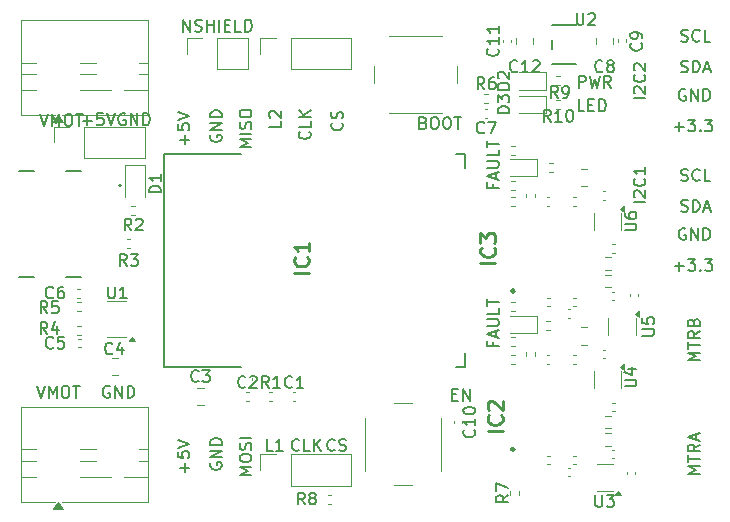
<source format=gbr>
%TF.GenerationSoftware,KiCad,Pcbnew,9.0.3*%
%TF.CreationDate,2025-08-10T23:57:32-04:00*%
%TF.ProjectId,Hydra_Driver,48796472-615f-4447-9269-7665722e6b69,rev?*%
%TF.SameCoordinates,Original*%
%TF.FileFunction,Legend,Top*%
%TF.FilePolarity,Positive*%
%FSLAX46Y46*%
G04 Gerber Fmt 4.6, Leading zero omitted, Abs format (unit mm)*
G04 Created by KiCad (PCBNEW 9.0.3) date 2025-08-10 23:57:32*
%MOMM*%
%LPD*%
G01*
G04 APERTURE LIST*
%ADD10C,0.150000*%
%ADD11C,0.254000*%
%ADD12C,0.120000*%
%ADD13C,0.200000*%
%ADD14C,0.100000*%
%ADD15C,0.152400*%
%ADD16C,0.250000*%
G04 APERTURE END LIST*
D10*
X53469819Y-16063220D02*
X52469819Y-16063220D01*
X52565057Y-15634649D02*
X52517438Y-15587030D01*
X52517438Y-15587030D02*
X52469819Y-15491792D01*
X52469819Y-15491792D02*
X52469819Y-15253697D01*
X52469819Y-15253697D02*
X52517438Y-15158459D01*
X52517438Y-15158459D02*
X52565057Y-15110840D01*
X52565057Y-15110840D02*
X52660295Y-15063221D01*
X52660295Y-15063221D02*
X52755533Y-15063221D01*
X52755533Y-15063221D02*
X52898390Y-15110840D01*
X52898390Y-15110840D02*
X53469819Y-15682268D01*
X53469819Y-15682268D02*
X53469819Y-15063221D01*
X53374580Y-14063221D02*
X53422200Y-14110840D01*
X53422200Y-14110840D02*
X53469819Y-14253697D01*
X53469819Y-14253697D02*
X53469819Y-14348935D01*
X53469819Y-14348935D02*
X53422200Y-14491792D01*
X53422200Y-14491792D02*
X53326961Y-14587030D01*
X53326961Y-14587030D02*
X53231723Y-14634649D01*
X53231723Y-14634649D02*
X53041247Y-14682268D01*
X53041247Y-14682268D02*
X52898390Y-14682268D01*
X52898390Y-14682268D02*
X52707914Y-14634649D01*
X52707914Y-14634649D02*
X52612676Y-14587030D01*
X52612676Y-14587030D02*
X52517438Y-14491792D01*
X52517438Y-14491792D02*
X52469819Y-14348935D01*
X52469819Y-14348935D02*
X52469819Y-14253697D01*
X52469819Y-14253697D02*
X52517438Y-14110840D01*
X52517438Y-14110840D02*
X52565057Y-14063221D01*
X53469819Y-13110840D02*
X53469819Y-13682268D01*
X53469819Y-13396554D02*
X52469819Y-13396554D01*
X52469819Y-13396554D02*
X52612676Y-13491792D01*
X52612676Y-13491792D02*
X52707914Y-13587030D01*
X52707914Y-13587030D02*
X52755533Y-13682268D01*
X24158207Y-37024580D02*
X24110588Y-37072200D01*
X24110588Y-37072200D02*
X23967731Y-37119819D01*
X23967731Y-37119819D02*
X23872493Y-37119819D01*
X23872493Y-37119819D02*
X23729636Y-37072200D01*
X23729636Y-37072200D02*
X23634398Y-36976961D01*
X23634398Y-36976961D02*
X23586779Y-36881723D01*
X23586779Y-36881723D02*
X23539160Y-36691247D01*
X23539160Y-36691247D02*
X23539160Y-36548390D01*
X23539160Y-36548390D02*
X23586779Y-36357914D01*
X23586779Y-36357914D02*
X23634398Y-36262676D01*
X23634398Y-36262676D02*
X23729636Y-36167438D01*
X23729636Y-36167438D02*
X23872493Y-36119819D01*
X23872493Y-36119819D02*
X23967731Y-36119819D01*
X23967731Y-36119819D02*
X24110588Y-36167438D01*
X24110588Y-36167438D02*
X24158207Y-36215057D01*
X25062969Y-37119819D02*
X24586779Y-37119819D01*
X24586779Y-37119819D02*
X24586779Y-36119819D01*
X25396303Y-37119819D02*
X25396303Y-36119819D01*
X25967731Y-37119819D02*
X25539160Y-36548390D01*
X25967731Y-36119819D02*
X25396303Y-36691247D01*
X1943922Y-31619819D02*
X2277255Y-32619819D01*
X2277255Y-32619819D02*
X2610588Y-31619819D01*
X2943922Y-32619819D02*
X2943922Y-31619819D01*
X2943922Y-31619819D02*
X3277255Y-32334104D01*
X3277255Y-32334104D02*
X3610588Y-31619819D01*
X3610588Y-31619819D02*
X3610588Y-32619819D01*
X4277255Y-31619819D02*
X4467731Y-31619819D01*
X4467731Y-31619819D02*
X4562969Y-31667438D01*
X4562969Y-31667438D02*
X4658207Y-31762676D01*
X4658207Y-31762676D02*
X4705826Y-31953152D01*
X4705826Y-31953152D02*
X4705826Y-32286485D01*
X4705826Y-32286485D02*
X4658207Y-32476961D01*
X4658207Y-32476961D02*
X4562969Y-32572200D01*
X4562969Y-32572200D02*
X4467731Y-32619819D01*
X4467731Y-32619819D02*
X4277255Y-32619819D01*
X4277255Y-32619819D02*
X4182017Y-32572200D01*
X4182017Y-32572200D02*
X4086779Y-32476961D01*
X4086779Y-32476961D02*
X4039160Y-32286485D01*
X4039160Y-32286485D02*
X4039160Y-31953152D01*
X4039160Y-31953152D02*
X4086779Y-31762676D01*
X4086779Y-31762676D02*
X4182017Y-31667438D01*
X4182017Y-31667438D02*
X4277255Y-31619819D01*
X4991541Y-31619819D02*
X5562969Y-31619819D01*
X5277255Y-32619819D02*
X5277255Y-31619819D01*
X55936779Y-9688866D02*
X56698684Y-9688866D01*
X56317731Y-10069819D02*
X56317731Y-9307914D01*
X57079636Y-9069819D02*
X57698683Y-9069819D01*
X57698683Y-9069819D02*
X57365350Y-9450771D01*
X57365350Y-9450771D02*
X57508207Y-9450771D01*
X57508207Y-9450771D02*
X57603445Y-9498390D01*
X57603445Y-9498390D02*
X57651064Y-9546009D01*
X57651064Y-9546009D02*
X57698683Y-9641247D01*
X57698683Y-9641247D02*
X57698683Y-9879342D01*
X57698683Y-9879342D02*
X57651064Y-9974580D01*
X57651064Y-9974580D02*
X57603445Y-10022200D01*
X57603445Y-10022200D02*
X57508207Y-10069819D01*
X57508207Y-10069819D02*
X57222493Y-10069819D01*
X57222493Y-10069819D02*
X57127255Y-10022200D01*
X57127255Y-10022200D02*
X57079636Y-9974580D01*
X58127255Y-9974580D02*
X58174874Y-10022200D01*
X58174874Y-10022200D02*
X58127255Y-10069819D01*
X58127255Y-10069819D02*
X58079636Y-10022200D01*
X58079636Y-10022200D02*
X58127255Y-9974580D01*
X58127255Y-9974580D02*
X58127255Y-10069819D01*
X58508207Y-9069819D02*
X59127254Y-9069819D01*
X59127254Y-9069819D02*
X58793921Y-9450771D01*
X58793921Y-9450771D02*
X58936778Y-9450771D01*
X58936778Y-9450771D02*
X59032016Y-9498390D01*
X59032016Y-9498390D02*
X59079635Y-9546009D01*
X59079635Y-9546009D02*
X59127254Y-9641247D01*
X59127254Y-9641247D02*
X59127254Y-9879342D01*
X59127254Y-9879342D02*
X59079635Y-9974580D01*
X59079635Y-9974580D02*
X59032016Y-10022200D01*
X59032016Y-10022200D02*
X58936778Y-10069819D01*
X58936778Y-10069819D02*
X58651064Y-10069819D01*
X58651064Y-10069819D02*
X58555826Y-10022200D01*
X58555826Y-10022200D02*
X58508207Y-9974580D01*
X47836779Y-6369819D02*
X47836779Y-5369819D01*
X47836779Y-5369819D02*
X48217731Y-5369819D01*
X48217731Y-5369819D02*
X48312969Y-5417438D01*
X48312969Y-5417438D02*
X48360588Y-5465057D01*
X48360588Y-5465057D02*
X48408207Y-5560295D01*
X48408207Y-5560295D02*
X48408207Y-5703152D01*
X48408207Y-5703152D02*
X48360588Y-5798390D01*
X48360588Y-5798390D02*
X48312969Y-5846009D01*
X48312969Y-5846009D02*
X48217731Y-5893628D01*
X48217731Y-5893628D02*
X47836779Y-5893628D01*
X48741541Y-5369819D02*
X48979636Y-6369819D01*
X48979636Y-6369819D02*
X49170112Y-5655533D01*
X49170112Y-5655533D02*
X49360588Y-6369819D01*
X49360588Y-6369819D02*
X49598684Y-5369819D01*
X50551064Y-6369819D02*
X50217731Y-5893628D01*
X49979636Y-6369819D02*
X49979636Y-5369819D01*
X49979636Y-5369819D02*
X50360588Y-5369819D01*
X50360588Y-5369819D02*
X50455826Y-5417438D01*
X50455826Y-5417438D02*
X50503445Y-5465057D01*
X50503445Y-5465057D02*
X50551064Y-5560295D01*
X50551064Y-5560295D02*
X50551064Y-5703152D01*
X50551064Y-5703152D02*
X50503445Y-5798390D01*
X50503445Y-5798390D02*
X50455826Y-5846009D01*
X50455826Y-5846009D02*
X50360588Y-5893628D01*
X50360588Y-5893628D02*
X49979636Y-5893628D01*
X20119819Y-39163220D02*
X19119819Y-39163220D01*
X19119819Y-39163220D02*
X19834104Y-38829887D01*
X19834104Y-38829887D02*
X19119819Y-38496554D01*
X19119819Y-38496554D02*
X20119819Y-38496554D01*
X19119819Y-37829887D02*
X19119819Y-37639411D01*
X19119819Y-37639411D02*
X19167438Y-37544173D01*
X19167438Y-37544173D02*
X19262676Y-37448935D01*
X19262676Y-37448935D02*
X19453152Y-37401316D01*
X19453152Y-37401316D02*
X19786485Y-37401316D01*
X19786485Y-37401316D02*
X19976961Y-37448935D01*
X19976961Y-37448935D02*
X20072200Y-37544173D01*
X20072200Y-37544173D02*
X20119819Y-37639411D01*
X20119819Y-37639411D02*
X20119819Y-37829887D01*
X20119819Y-37829887D02*
X20072200Y-37925125D01*
X20072200Y-37925125D02*
X19976961Y-38020363D01*
X19976961Y-38020363D02*
X19786485Y-38067982D01*
X19786485Y-38067982D02*
X19453152Y-38067982D01*
X19453152Y-38067982D02*
X19262676Y-38020363D01*
X19262676Y-38020363D02*
X19167438Y-37925125D01*
X19167438Y-37925125D02*
X19119819Y-37829887D01*
X20072200Y-37020363D02*
X20119819Y-36877506D01*
X20119819Y-36877506D02*
X20119819Y-36639411D01*
X20119819Y-36639411D02*
X20072200Y-36544173D01*
X20072200Y-36544173D02*
X20024580Y-36496554D01*
X20024580Y-36496554D02*
X19929342Y-36448935D01*
X19929342Y-36448935D02*
X19834104Y-36448935D01*
X19834104Y-36448935D02*
X19738866Y-36496554D01*
X19738866Y-36496554D02*
X19691247Y-36544173D01*
X19691247Y-36544173D02*
X19643628Y-36639411D01*
X19643628Y-36639411D02*
X19596009Y-36829887D01*
X19596009Y-36829887D02*
X19548390Y-36925125D01*
X19548390Y-36925125D02*
X19500771Y-36972744D01*
X19500771Y-36972744D02*
X19405533Y-37020363D01*
X19405533Y-37020363D02*
X19310295Y-37020363D01*
X19310295Y-37020363D02*
X19215057Y-36972744D01*
X19215057Y-36972744D02*
X19167438Y-36925125D01*
X19167438Y-36925125D02*
X19119819Y-36829887D01*
X19119819Y-36829887D02*
X19119819Y-36591792D01*
X19119819Y-36591792D02*
X19167438Y-36448935D01*
X20119819Y-36020363D02*
X19119819Y-36020363D01*
X14488866Y-38913220D02*
X14488866Y-38151316D01*
X14869819Y-38532268D02*
X14107914Y-38532268D01*
X13869819Y-37198935D02*
X13869819Y-37675125D01*
X13869819Y-37675125D02*
X14346009Y-37722744D01*
X14346009Y-37722744D02*
X14298390Y-37675125D01*
X14298390Y-37675125D02*
X14250771Y-37579887D01*
X14250771Y-37579887D02*
X14250771Y-37341792D01*
X14250771Y-37341792D02*
X14298390Y-37246554D01*
X14298390Y-37246554D02*
X14346009Y-37198935D01*
X14346009Y-37198935D02*
X14441247Y-37151316D01*
X14441247Y-37151316D02*
X14679342Y-37151316D01*
X14679342Y-37151316D02*
X14774580Y-37198935D01*
X14774580Y-37198935D02*
X14822200Y-37246554D01*
X14822200Y-37246554D02*
X14869819Y-37341792D01*
X14869819Y-37341792D02*
X14869819Y-37579887D01*
X14869819Y-37579887D02*
X14822200Y-37675125D01*
X14822200Y-37675125D02*
X14774580Y-37722744D01*
X13869819Y-36865601D02*
X14869819Y-36532268D01*
X14869819Y-36532268D02*
X13869819Y-36198935D01*
X5836779Y-9158866D02*
X6598684Y-9158866D01*
X6217731Y-9539819D02*
X6217731Y-8777914D01*
X7551064Y-8539819D02*
X7074874Y-8539819D01*
X7074874Y-8539819D02*
X7027255Y-9016009D01*
X7027255Y-9016009D02*
X7074874Y-8968390D01*
X7074874Y-8968390D02*
X7170112Y-8920771D01*
X7170112Y-8920771D02*
X7408207Y-8920771D01*
X7408207Y-8920771D02*
X7503445Y-8968390D01*
X7503445Y-8968390D02*
X7551064Y-9016009D01*
X7551064Y-9016009D02*
X7598683Y-9111247D01*
X7598683Y-9111247D02*
X7598683Y-9349342D01*
X7598683Y-9349342D02*
X7551064Y-9444580D01*
X7551064Y-9444580D02*
X7503445Y-9492200D01*
X7503445Y-9492200D02*
X7408207Y-9539819D01*
X7408207Y-9539819D02*
X7170112Y-9539819D01*
X7170112Y-9539819D02*
X7074874Y-9492200D01*
X7074874Y-9492200D02*
X7027255Y-9444580D01*
X7884398Y-8539819D02*
X8217731Y-9539819D01*
X8217731Y-9539819D02*
X8551064Y-8539819D01*
X21912969Y-37119819D02*
X21436779Y-37119819D01*
X21436779Y-37119819D02*
X21436779Y-36119819D01*
X22770112Y-37119819D02*
X22198684Y-37119819D01*
X22484398Y-37119819D02*
X22484398Y-36119819D01*
X22484398Y-36119819D02*
X22389160Y-36262676D01*
X22389160Y-36262676D02*
X22293922Y-36357914D01*
X22293922Y-36357914D02*
X22198684Y-36405533D01*
X56489160Y-5022200D02*
X56632017Y-5069819D01*
X56632017Y-5069819D02*
X56870112Y-5069819D01*
X56870112Y-5069819D02*
X56965350Y-5022200D01*
X56965350Y-5022200D02*
X57012969Y-4974580D01*
X57012969Y-4974580D02*
X57060588Y-4879342D01*
X57060588Y-4879342D02*
X57060588Y-4784104D01*
X57060588Y-4784104D02*
X57012969Y-4688866D01*
X57012969Y-4688866D02*
X56965350Y-4641247D01*
X56965350Y-4641247D02*
X56870112Y-4593628D01*
X56870112Y-4593628D02*
X56679636Y-4546009D01*
X56679636Y-4546009D02*
X56584398Y-4498390D01*
X56584398Y-4498390D02*
X56536779Y-4450771D01*
X56536779Y-4450771D02*
X56489160Y-4355533D01*
X56489160Y-4355533D02*
X56489160Y-4260295D01*
X56489160Y-4260295D02*
X56536779Y-4165057D01*
X56536779Y-4165057D02*
X56584398Y-4117438D01*
X56584398Y-4117438D02*
X56679636Y-4069819D01*
X56679636Y-4069819D02*
X56917731Y-4069819D01*
X56917731Y-4069819D02*
X57060588Y-4117438D01*
X57489160Y-5069819D02*
X57489160Y-4069819D01*
X57489160Y-4069819D02*
X57727255Y-4069819D01*
X57727255Y-4069819D02*
X57870112Y-4117438D01*
X57870112Y-4117438D02*
X57965350Y-4212676D01*
X57965350Y-4212676D02*
X58012969Y-4307914D01*
X58012969Y-4307914D02*
X58060588Y-4498390D01*
X58060588Y-4498390D02*
X58060588Y-4641247D01*
X58060588Y-4641247D02*
X58012969Y-4831723D01*
X58012969Y-4831723D02*
X57965350Y-4926961D01*
X57965350Y-4926961D02*
X57870112Y-5022200D01*
X57870112Y-5022200D02*
X57727255Y-5069819D01*
X57727255Y-5069819D02*
X57489160Y-5069819D01*
X58441541Y-4784104D02*
X58917731Y-4784104D01*
X58346303Y-5069819D02*
X58679636Y-4069819D01*
X58679636Y-4069819D02*
X59012969Y-5069819D01*
X40546009Y-27929887D02*
X40546009Y-28263220D01*
X41069819Y-28263220D02*
X40069819Y-28263220D01*
X40069819Y-28263220D02*
X40069819Y-27787030D01*
X40784104Y-27453696D02*
X40784104Y-26977506D01*
X41069819Y-27548934D02*
X40069819Y-27215601D01*
X40069819Y-27215601D02*
X41069819Y-26882268D01*
X40069819Y-26548934D02*
X40879342Y-26548934D01*
X40879342Y-26548934D02*
X40974580Y-26501315D01*
X40974580Y-26501315D02*
X41022200Y-26453696D01*
X41022200Y-26453696D02*
X41069819Y-26358458D01*
X41069819Y-26358458D02*
X41069819Y-26167982D01*
X41069819Y-26167982D02*
X41022200Y-26072744D01*
X41022200Y-26072744D02*
X40974580Y-26025125D01*
X40974580Y-26025125D02*
X40879342Y-25977506D01*
X40879342Y-25977506D02*
X40069819Y-25977506D01*
X41069819Y-25025125D02*
X41069819Y-25501315D01*
X41069819Y-25501315D02*
X40069819Y-25501315D01*
X40069819Y-24834648D02*
X40069819Y-24263220D01*
X41069819Y-24548934D02*
X40069819Y-24548934D01*
X25024580Y-10091792D02*
X25072200Y-10139411D01*
X25072200Y-10139411D02*
X25119819Y-10282268D01*
X25119819Y-10282268D02*
X25119819Y-10377506D01*
X25119819Y-10377506D02*
X25072200Y-10520363D01*
X25072200Y-10520363D02*
X24976961Y-10615601D01*
X24976961Y-10615601D02*
X24881723Y-10663220D01*
X24881723Y-10663220D02*
X24691247Y-10710839D01*
X24691247Y-10710839D02*
X24548390Y-10710839D01*
X24548390Y-10710839D02*
X24357914Y-10663220D01*
X24357914Y-10663220D02*
X24262676Y-10615601D01*
X24262676Y-10615601D02*
X24167438Y-10520363D01*
X24167438Y-10520363D02*
X24119819Y-10377506D01*
X24119819Y-10377506D02*
X24119819Y-10282268D01*
X24119819Y-10282268D02*
X24167438Y-10139411D01*
X24167438Y-10139411D02*
X24215057Y-10091792D01*
X25119819Y-9187030D02*
X25119819Y-9663220D01*
X25119819Y-9663220D02*
X24119819Y-9663220D01*
X25119819Y-8853696D02*
X24119819Y-8853696D01*
X25119819Y-8282268D02*
X24548390Y-8710839D01*
X24119819Y-8282268D02*
X24691247Y-8853696D01*
X16667438Y-10389411D02*
X16619819Y-10484649D01*
X16619819Y-10484649D02*
X16619819Y-10627506D01*
X16619819Y-10627506D02*
X16667438Y-10770363D01*
X16667438Y-10770363D02*
X16762676Y-10865601D01*
X16762676Y-10865601D02*
X16857914Y-10913220D01*
X16857914Y-10913220D02*
X17048390Y-10960839D01*
X17048390Y-10960839D02*
X17191247Y-10960839D01*
X17191247Y-10960839D02*
X17381723Y-10913220D01*
X17381723Y-10913220D02*
X17476961Y-10865601D01*
X17476961Y-10865601D02*
X17572200Y-10770363D01*
X17572200Y-10770363D02*
X17619819Y-10627506D01*
X17619819Y-10627506D02*
X17619819Y-10532268D01*
X17619819Y-10532268D02*
X17572200Y-10389411D01*
X17572200Y-10389411D02*
X17524580Y-10341792D01*
X17524580Y-10341792D02*
X17191247Y-10341792D01*
X17191247Y-10341792D02*
X17191247Y-10532268D01*
X17619819Y-9913220D02*
X16619819Y-9913220D01*
X16619819Y-9913220D02*
X17619819Y-9341792D01*
X17619819Y-9341792D02*
X16619819Y-9341792D01*
X17619819Y-8865601D02*
X16619819Y-8865601D01*
X16619819Y-8865601D02*
X16619819Y-8627506D01*
X16619819Y-8627506D02*
X16667438Y-8484649D01*
X16667438Y-8484649D02*
X16762676Y-8389411D01*
X16762676Y-8389411D02*
X16857914Y-8341792D01*
X16857914Y-8341792D02*
X17048390Y-8294173D01*
X17048390Y-8294173D02*
X17191247Y-8294173D01*
X17191247Y-8294173D02*
X17381723Y-8341792D01*
X17381723Y-8341792D02*
X17476961Y-8389411D01*
X17476961Y-8389411D02*
X17572200Y-8484649D01*
X17572200Y-8484649D02*
X17619819Y-8627506D01*
X17619819Y-8627506D02*
X17619819Y-8865601D01*
X56489160Y-2422200D02*
X56632017Y-2469819D01*
X56632017Y-2469819D02*
X56870112Y-2469819D01*
X56870112Y-2469819D02*
X56965350Y-2422200D01*
X56965350Y-2422200D02*
X57012969Y-2374580D01*
X57012969Y-2374580D02*
X57060588Y-2279342D01*
X57060588Y-2279342D02*
X57060588Y-2184104D01*
X57060588Y-2184104D02*
X57012969Y-2088866D01*
X57012969Y-2088866D02*
X56965350Y-2041247D01*
X56965350Y-2041247D02*
X56870112Y-1993628D01*
X56870112Y-1993628D02*
X56679636Y-1946009D01*
X56679636Y-1946009D02*
X56584398Y-1898390D01*
X56584398Y-1898390D02*
X56536779Y-1850771D01*
X56536779Y-1850771D02*
X56489160Y-1755533D01*
X56489160Y-1755533D02*
X56489160Y-1660295D01*
X56489160Y-1660295D02*
X56536779Y-1565057D01*
X56536779Y-1565057D02*
X56584398Y-1517438D01*
X56584398Y-1517438D02*
X56679636Y-1469819D01*
X56679636Y-1469819D02*
X56917731Y-1469819D01*
X56917731Y-1469819D02*
X57060588Y-1517438D01*
X58060588Y-2374580D02*
X58012969Y-2422200D01*
X58012969Y-2422200D02*
X57870112Y-2469819D01*
X57870112Y-2469819D02*
X57774874Y-2469819D01*
X57774874Y-2469819D02*
X57632017Y-2422200D01*
X57632017Y-2422200D02*
X57536779Y-2326961D01*
X57536779Y-2326961D02*
X57489160Y-2231723D01*
X57489160Y-2231723D02*
X57441541Y-2041247D01*
X57441541Y-2041247D02*
X57441541Y-1898390D01*
X57441541Y-1898390D02*
X57489160Y-1707914D01*
X57489160Y-1707914D02*
X57536779Y-1612676D01*
X57536779Y-1612676D02*
X57632017Y-1517438D01*
X57632017Y-1517438D02*
X57774874Y-1469819D01*
X57774874Y-1469819D02*
X57870112Y-1469819D01*
X57870112Y-1469819D02*
X58012969Y-1517438D01*
X58012969Y-1517438D02*
X58060588Y-1565057D01*
X58965350Y-2469819D02*
X58489160Y-2469819D01*
X58489160Y-2469819D02*
X58489160Y-1469819D01*
X55936779Y-21488866D02*
X56698684Y-21488866D01*
X56317731Y-21869819D02*
X56317731Y-21107914D01*
X57079636Y-20869819D02*
X57698683Y-20869819D01*
X57698683Y-20869819D02*
X57365350Y-21250771D01*
X57365350Y-21250771D02*
X57508207Y-21250771D01*
X57508207Y-21250771D02*
X57603445Y-21298390D01*
X57603445Y-21298390D02*
X57651064Y-21346009D01*
X57651064Y-21346009D02*
X57698683Y-21441247D01*
X57698683Y-21441247D02*
X57698683Y-21679342D01*
X57698683Y-21679342D02*
X57651064Y-21774580D01*
X57651064Y-21774580D02*
X57603445Y-21822200D01*
X57603445Y-21822200D02*
X57508207Y-21869819D01*
X57508207Y-21869819D02*
X57222493Y-21869819D01*
X57222493Y-21869819D02*
X57127255Y-21822200D01*
X57127255Y-21822200D02*
X57079636Y-21774580D01*
X58127255Y-21774580D02*
X58174874Y-21822200D01*
X58174874Y-21822200D02*
X58127255Y-21869819D01*
X58127255Y-21869819D02*
X58079636Y-21822200D01*
X58079636Y-21822200D02*
X58127255Y-21774580D01*
X58127255Y-21774580D02*
X58127255Y-21869819D01*
X58508207Y-20869819D02*
X59127254Y-20869819D01*
X59127254Y-20869819D02*
X58793921Y-21250771D01*
X58793921Y-21250771D02*
X58936778Y-21250771D01*
X58936778Y-21250771D02*
X59032016Y-21298390D01*
X59032016Y-21298390D02*
X59079635Y-21346009D01*
X59079635Y-21346009D02*
X59127254Y-21441247D01*
X59127254Y-21441247D02*
X59127254Y-21679342D01*
X59127254Y-21679342D02*
X59079635Y-21774580D01*
X59079635Y-21774580D02*
X59032016Y-21822200D01*
X59032016Y-21822200D02*
X58936778Y-21869819D01*
X58936778Y-21869819D02*
X58651064Y-21869819D01*
X58651064Y-21869819D02*
X58555826Y-21822200D01*
X58555826Y-21822200D02*
X58508207Y-21774580D01*
X56860588Y-18317438D02*
X56765350Y-18269819D01*
X56765350Y-18269819D02*
X56622493Y-18269819D01*
X56622493Y-18269819D02*
X56479636Y-18317438D01*
X56479636Y-18317438D02*
X56384398Y-18412676D01*
X56384398Y-18412676D02*
X56336779Y-18507914D01*
X56336779Y-18507914D02*
X56289160Y-18698390D01*
X56289160Y-18698390D02*
X56289160Y-18841247D01*
X56289160Y-18841247D02*
X56336779Y-19031723D01*
X56336779Y-19031723D02*
X56384398Y-19126961D01*
X56384398Y-19126961D02*
X56479636Y-19222200D01*
X56479636Y-19222200D02*
X56622493Y-19269819D01*
X56622493Y-19269819D02*
X56717731Y-19269819D01*
X56717731Y-19269819D02*
X56860588Y-19222200D01*
X56860588Y-19222200D02*
X56908207Y-19174580D01*
X56908207Y-19174580D02*
X56908207Y-18841247D01*
X56908207Y-18841247D02*
X56717731Y-18841247D01*
X57336779Y-19269819D02*
X57336779Y-18269819D01*
X57336779Y-18269819D02*
X57908207Y-19269819D01*
X57908207Y-19269819D02*
X57908207Y-18269819D01*
X58384398Y-19269819D02*
X58384398Y-18269819D01*
X58384398Y-18269819D02*
X58622493Y-18269819D01*
X58622493Y-18269819D02*
X58765350Y-18317438D01*
X58765350Y-18317438D02*
X58860588Y-18412676D01*
X58860588Y-18412676D02*
X58908207Y-18507914D01*
X58908207Y-18507914D02*
X58955826Y-18698390D01*
X58955826Y-18698390D02*
X58955826Y-18841247D01*
X58955826Y-18841247D02*
X58908207Y-19031723D01*
X58908207Y-19031723D02*
X58860588Y-19126961D01*
X58860588Y-19126961D02*
X58765350Y-19222200D01*
X58765350Y-19222200D02*
X58622493Y-19269819D01*
X58622493Y-19269819D02*
X58384398Y-19269819D01*
X56489160Y-16822200D02*
X56632017Y-16869819D01*
X56632017Y-16869819D02*
X56870112Y-16869819D01*
X56870112Y-16869819D02*
X56965350Y-16822200D01*
X56965350Y-16822200D02*
X57012969Y-16774580D01*
X57012969Y-16774580D02*
X57060588Y-16679342D01*
X57060588Y-16679342D02*
X57060588Y-16584104D01*
X57060588Y-16584104D02*
X57012969Y-16488866D01*
X57012969Y-16488866D02*
X56965350Y-16441247D01*
X56965350Y-16441247D02*
X56870112Y-16393628D01*
X56870112Y-16393628D02*
X56679636Y-16346009D01*
X56679636Y-16346009D02*
X56584398Y-16298390D01*
X56584398Y-16298390D02*
X56536779Y-16250771D01*
X56536779Y-16250771D02*
X56489160Y-16155533D01*
X56489160Y-16155533D02*
X56489160Y-16060295D01*
X56489160Y-16060295D02*
X56536779Y-15965057D01*
X56536779Y-15965057D02*
X56584398Y-15917438D01*
X56584398Y-15917438D02*
X56679636Y-15869819D01*
X56679636Y-15869819D02*
X56917731Y-15869819D01*
X56917731Y-15869819D02*
X57060588Y-15917438D01*
X57489160Y-16869819D02*
X57489160Y-15869819D01*
X57489160Y-15869819D02*
X57727255Y-15869819D01*
X57727255Y-15869819D02*
X57870112Y-15917438D01*
X57870112Y-15917438D02*
X57965350Y-16012676D01*
X57965350Y-16012676D02*
X58012969Y-16107914D01*
X58012969Y-16107914D02*
X58060588Y-16298390D01*
X58060588Y-16298390D02*
X58060588Y-16441247D01*
X58060588Y-16441247D02*
X58012969Y-16631723D01*
X58012969Y-16631723D02*
X57965350Y-16726961D01*
X57965350Y-16726961D02*
X57870112Y-16822200D01*
X57870112Y-16822200D02*
X57727255Y-16869819D01*
X57727255Y-16869819D02*
X57489160Y-16869819D01*
X58441541Y-16584104D02*
X58917731Y-16584104D01*
X58346303Y-16869819D02*
X58679636Y-15869819D01*
X58679636Y-15869819D02*
X59012969Y-16869819D01*
X34670112Y-9346009D02*
X34812969Y-9393628D01*
X34812969Y-9393628D02*
X34860588Y-9441247D01*
X34860588Y-9441247D02*
X34908207Y-9536485D01*
X34908207Y-9536485D02*
X34908207Y-9679342D01*
X34908207Y-9679342D02*
X34860588Y-9774580D01*
X34860588Y-9774580D02*
X34812969Y-9822200D01*
X34812969Y-9822200D02*
X34717731Y-9869819D01*
X34717731Y-9869819D02*
X34336779Y-9869819D01*
X34336779Y-9869819D02*
X34336779Y-8869819D01*
X34336779Y-8869819D02*
X34670112Y-8869819D01*
X34670112Y-8869819D02*
X34765350Y-8917438D01*
X34765350Y-8917438D02*
X34812969Y-8965057D01*
X34812969Y-8965057D02*
X34860588Y-9060295D01*
X34860588Y-9060295D02*
X34860588Y-9155533D01*
X34860588Y-9155533D02*
X34812969Y-9250771D01*
X34812969Y-9250771D02*
X34765350Y-9298390D01*
X34765350Y-9298390D02*
X34670112Y-9346009D01*
X34670112Y-9346009D02*
X34336779Y-9346009D01*
X35527255Y-8869819D02*
X35717731Y-8869819D01*
X35717731Y-8869819D02*
X35812969Y-8917438D01*
X35812969Y-8917438D02*
X35908207Y-9012676D01*
X35908207Y-9012676D02*
X35955826Y-9203152D01*
X35955826Y-9203152D02*
X35955826Y-9536485D01*
X35955826Y-9536485D02*
X35908207Y-9726961D01*
X35908207Y-9726961D02*
X35812969Y-9822200D01*
X35812969Y-9822200D02*
X35717731Y-9869819D01*
X35717731Y-9869819D02*
X35527255Y-9869819D01*
X35527255Y-9869819D02*
X35432017Y-9822200D01*
X35432017Y-9822200D02*
X35336779Y-9726961D01*
X35336779Y-9726961D02*
X35289160Y-9536485D01*
X35289160Y-9536485D02*
X35289160Y-9203152D01*
X35289160Y-9203152D02*
X35336779Y-9012676D01*
X35336779Y-9012676D02*
X35432017Y-8917438D01*
X35432017Y-8917438D02*
X35527255Y-8869819D01*
X36574874Y-8869819D02*
X36765350Y-8869819D01*
X36765350Y-8869819D02*
X36860588Y-8917438D01*
X36860588Y-8917438D02*
X36955826Y-9012676D01*
X36955826Y-9012676D02*
X37003445Y-9203152D01*
X37003445Y-9203152D02*
X37003445Y-9536485D01*
X37003445Y-9536485D02*
X36955826Y-9726961D01*
X36955826Y-9726961D02*
X36860588Y-9822200D01*
X36860588Y-9822200D02*
X36765350Y-9869819D01*
X36765350Y-9869819D02*
X36574874Y-9869819D01*
X36574874Y-9869819D02*
X36479636Y-9822200D01*
X36479636Y-9822200D02*
X36384398Y-9726961D01*
X36384398Y-9726961D02*
X36336779Y-9536485D01*
X36336779Y-9536485D02*
X36336779Y-9203152D01*
X36336779Y-9203152D02*
X36384398Y-9012676D01*
X36384398Y-9012676D02*
X36479636Y-8917438D01*
X36479636Y-8917438D02*
X36574874Y-8869819D01*
X37289160Y-8869819D02*
X37860588Y-8869819D01*
X37574874Y-9869819D02*
X37574874Y-8869819D01*
X53469819Y-7263220D02*
X52469819Y-7263220D01*
X52565057Y-6834649D02*
X52517438Y-6787030D01*
X52517438Y-6787030D02*
X52469819Y-6691792D01*
X52469819Y-6691792D02*
X52469819Y-6453697D01*
X52469819Y-6453697D02*
X52517438Y-6358459D01*
X52517438Y-6358459D02*
X52565057Y-6310840D01*
X52565057Y-6310840D02*
X52660295Y-6263221D01*
X52660295Y-6263221D02*
X52755533Y-6263221D01*
X52755533Y-6263221D02*
X52898390Y-6310840D01*
X52898390Y-6310840D02*
X53469819Y-6882268D01*
X53469819Y-6882268D02*
X53469819Y-6263221D01*
X53374580Y-5263221D02*
X53422200Y-5310840D01*
X53422200Y-5310840D02*
X53469819Y-5453697D01*
X53469819Y-5453697D02*
X53469819Y-5548935D01*
X53469819Y-5548935D02*
X53422200Y-5691792D01*
X53422200Y-5691792D02*
X53326961Y-5787030D01*
X53326961Y-5787030D02*
X53231723Y-5834649D01*
X53231723Y-5834649D02*
X53041247Y-5882268D01*
X53041247Y-5882268D02*
X52898390Y-5882268D01*
X52898390Y-5882268D02*
X52707914Y-5834649D01*
X52707914Y-5834649D02*
X52612676Y-5787030D01*
X52612676Y-5787030D02*
X52517438Y-5691792D01*
X52517438Y-5691792D02*
X52469819Y-5548935D01*
X52469819Y-5548935D02*
X52469819Y-5453697D01*
X52469819Y-5453697D02*
X52517438Y-5310840D01*
X52517438Y-5310840D02*
X52565057Y-5263221D01*
X52565057Y-4882268D02*
X52517438Y-4834649D01*
X52517438Y-4834649D02*
X52469819Y-4739411D01*
X52469819Y-4739411D02*
X52469819Y-4501316D01*
X52469819Y-4501316D02*
X52517438Y-4406078D01*
X52517438Y-4406078D02*
X52565057Y-4358459D01*
X52565057Y-4358459D02*
X52660295Y-4310840D01*
X52660295Y-4310840D02*
X52755533Y-4310840D01*
X52755533Y-4310840D02*
X52898390Y-4358459D01*
X52898390Y-4358459D02*
X53469819Y-4929887D01*
X53469819Y-4929887D02*
X53469819Y-4310840D01*
X56860588Y-6517438D02*
X56765350Y-6469819D01*
X56765350Y-6469819D02*
X56622493Y-6469819D01*
X56622493Y-6469819D02*
X56479636Y-6517438D01*
X56479636Y-6517438D02*
X56384398Y-6612676D01*
X56384398Y-6612676D02*
X56336779Y-6707914D01*
X56336779Y-6707914D02*
X56289160Y-6898390D01*
X56289160Y-6898390D02*
X56289160Y-7041247D01*
X56289160Y-7041247D02*
X56336779Y-7231723D01*
X56336779Y-7231723D02*
X56384398Y-7326961D01*
X56384398Y-7326961D02*
X56479636Y-7422200D01*
X56479636Y-7422200D02*
X56622493Y-7469819D01*
X56622493Y-7469819D02*
X56717731Y-7469819D01*
X56717731Y-7469819D02*
X56860588Y-7422200D01*
X56860588Y-7422200D02*
X56908207Y-7374580D01*
X56908207Y-7374580D02*
X56908207Y-7041247D01*
X56908207Y-7041247D02*
X56717731Y-7041247D01*
X57336779Y-7469819D02*
X57336779Y-6469819D01*
X57336779Y-6469819D02*
X57908207Y-7469819D01*
X57908207Y-7469819D02*
X57908207Y-6469819D01*
X58384398Y-7469819D02*
X58384398Y-6469819D01*
X58384398Y-6469819D02*
X58622493Y-6469819D01*
X58622493Y-6469819D02*
X58765350Y-6517438D01*
X58765350Y-6517438D02*
X58860588Y-6612676D01*
X58860588Y-6612676D02*
X58908207Y-6707914D01*
X58908207Y-6707914D02*
X58955826Y-6898390D01*
X58955826Y-6898390D02*
X58955826Y-7041247D01*
X58955826Y-7041247D02*
X58908207Y-7231723D01*
X58908207Y-7231723D02*
X58860588Y-7326961D01*
X58860588Y-7326961D02*
X58765350Y-7422200D01*
X58765350Y-7422200D02*
X58622493Y-7469819D01*
X58622493Y-7469819D02*
X58384398Y-7469819D01*
X58069819Y-29463220D02*
X57069819Y-29463220D01*
X57069819Y-29463220D02*
X57784104Y-29129887D01*
X57784104Y-29129887D02*
X57069819Y-28796554D01*
X57069819Y-28796554D02*
X58069819Y-28796554D01*
X57069819Y-28463220D02*
X57069819Y-27891792D01*
X58069819Y-28177506D02*
X57069819Y-28177506D01*
X58069819Y-26987030D02*
X57593628Y-27320363D01*
X58069819Y-27558458D02*
X57069819Y-27558458D01*
X57069819Y-27558458D02*
X57069819Y-27177506D01*
X57069819Y-27177506D02*
X57117438Y-27082268D01*
X57117438Y-27082268D02*
X57165057Y-27034649D01*
X57165057Y-27034649D02*
X57260295Y-26987030D01*
X57260295Y-26987030D02*
X57403152Y-26987030D01*
X57403152Y-26987030D02*
X57498390Y-27034649D01*
X57498390Y-27034649D02*
X57546009Y-27082268D01*
X57546009Y-27082268D02*
X57593628Y-27177506D01*
X57593628Y-27177506D02*
X57593628Y-27558458D01*
X57546009Y-26225125D02*
X57593628Y-26082268D01*
X57593628Y-26082268D02*
X57641247Y-26034649D01*
X57641247Y-26034649D02*
X57736485Y-25987030D01*
X57736485Y-25987030D02*
X57879342Y-25987030D01*
X57879342Y-25987030D02*
X57974580Y-26034649D01*
X57974580Y-26034649D02*
X58022200Y-26082268D01*
X58022200Y-26082268D02*
X58069819Y-26177506D01*
X58069819Y-26177506D02*
X58069819Y-26558458D01*
X58069819Y-26558458D02*
X57069819Y-26558458D01*
X57069819Y-26558458D02*
X57069819Y-26225125D01*
X57069819Y-26225125D02*
X57117438Y-26129887D01*
X57117438Y-26129887D02*
X57165057Y-26082268D01*
X57165057Y-26082268D02*
X57260295Y-26034649D01*
X57260295Y-26034649D02*
X57355533Y-26034649D01*
X57355533Y-26034649D02*
X57450771Y-26082268D01*
X57450771Y-26082268D02*
X57498390Y-26129887D01*
X57498390Y-26129887D02*
X57546009Y-26225125D01*
X57546009Y-26225125D02*
X57546009Y-26558458D01*
X16667438Y-38139411D02*
X16619819Y-38234649D01*
X16619819Y-38234649D02*
X16619819Y-38377506D01*
X16619819Y-38377506D02*
X16667438Y-38520363D01*
X16667438Y-38520363D02*
X16762676Y-38615601D01*
X16762676Y-38615601D02*
X16857914Y-38663220D01*
X16857914Y-38663220D02*
X17048390Y-38710839D01*
X17048390Y-38710839D02*
X17191247Y-38710839D01*
X17191247Y-38710839D02*
X17381723Y-38663220D01*
X17381723Y-38663220D02*
X17476961Y-38615601D01*
X17476961Y-38615601D02*
X17572200Y-38520363D01*
X17572200Y-38520363D02*
X17619819Y-38377506D01*
X17619819Y-38377506D02*
X17619819Y-38282268D01*
X17619819Y-38282268D02*
X17572200Y-38139411D01*
X17572200Y-38139411D02*
X17524580Y-38091792D01*
X17524580Y-38091792D02*
X17191247Y-38091792D01*
X17191247Y-38091792D02*
X17191247Y-38282268D01*
X17619819Y-37663220D02*
X16619819Y-37663220D01*
X16619819Y-37663220D02*
X17619819Y-37091792D01*
X17619819Y-37091792D02*
X16619819Y-37091792D01*
X17619819Y-36615601D02*
X16619819Y-36615601D01*
X16619819Y-36615601D02*
X16619819Y-36377506D01*
X16619819Y-36377506D02*
X16667438Y-36234649D01*
X16667438Y-36234649D02*
X16762676Y-36139411D01*
X16762676Y-36139411D02*
X16857914Y-36091792D01*
X16857914Y-36091792D02*
X17048390Y-36044173D01*
X17048390Y-36044173D02*
X17191247Y-36044173D01*
X17191247Y-36044173D02*
X17381723Y-36091792D01*
X17381723Y-36091792D02*
X17476961Y-36139411D01*
X17476961Y-36139411D02*
X17572200Y-36234649D01*
X17572200Y-36234649D02*
X17619819Y-36377506D01*
X17619819Y-36377506D02*
X17619819Y-36615601D01*
X9410588Y-8587438D02*
X9315350Y-8539819D01*
X9315350Y-8539819D02*
X9172493Y-8539819D01*
X9172493Y-8539819D02*
X9029636Y-8587438D01*
X9029636Y-8587438D02*
X8934398Y-8682676D01*
X8934398Y-8682676D02*
X8886779Y-8777914D01*
X8886779Y-8777914D02*
X8839160Y-8968390D01*
X8839160Y-8968390D02*
X8839160Y-9111247D01*
X8839160Y-9111247D02*
X8886779Y-9301723D01*
X8886779Y-9301723D02*
X8934398Y-9396961D01*
X8934398Y-9396961D02*
X9029636Y-9492200D01*
X9029636Y-9492200D02*
X9172493Y-9539819D01*
X9172493Y-9539819D02*
X9267731Y-9539819D01*
X9267731Y-9539819D02*
X9410588Y-9492200D01*
X9410588Y-9492200D02*
X9458207Y-9444580D01*
X9458207Y-9444580D02*
X9458207Y-9111247D01*
X9458207Y-9111247D02*
X9267731Y-9111247D01*
X9886779Y-9539819D02*
X9886779Y-8539819D01*
X9886779Y-8539819D02*
X10458207Y-9539819D01*
X10458207Y-9539819D02*
X10458207Y-8539819D01*
X10934398Y-9539819D02*
X10934398Y-8539819D01*
X10934398Y-8539819D02*
X11172493Y-8539819D01*
X11172493Y-8539819D02*
X11315350Y-8587438D01*
X11315350Y-8587438D02*
X11410588Y-8682676D01*
X11410588Y-8682676D02*
X11458207Y-8777914D01*
X11458207Y-8777914D02*
X11505826Y-8968390D01*
X11505826Y-8968390D02*
X11505826Y-9111247D01*
X11505826Y-9111247D02*
X11458207Y-9301723D01*
X11458207Y-9301723D02*
X11410588Y-9396961D01*
X11410588Y-9396961D02*
X11315350Y-9492200D01*
X11315350Y-9492200D02*
X11172493Y-9539819D01*
X11172493Y-9539819D02*
X10934398Y-9539819D01*
X20119819Y-11413220D02*
X19119819Y-11413220D01*
X19119819Y-11413220D02*
X19834104Y-11079887D01*
X19834104Y-11079887D02*
X19119819Y-10746554D01*
X19119819Y-10746554D02*
X20119819Y-10746554D01*
X20119819Y-10270363D02*
X19119819Y-10270363D01*
X20072200Y-9841792D02*
X20119819Y-9698935D01*
X20119819Y-9698935D02*
X20119819Y-9460840D01*
X20119819Y-9460840D02*
X20072200Y-9365602D01*
X20072200Y-9365602D02*
X20024580Y-9317983D01*
X20024580Y-9317983D02*
X19929342Y-9270364D01*
X19929342Y-9270364D02*
X19834104Y-9270364D01*
X19834104Y-9270364D02*
X19738866Y-9317983D01*
X19738866Y-9317983D02*
X19691247Y-9365602D01*
X19691247Y-9365602D02*
X19643628Y-9460840D01*
X19643628Y-9460840D02*
X19596009Y-9651316D01*
X19596009Y-9651316D02*
X19548390Y-9746554D01*
X19548390Y-9746554D02*
X19500771Y-9794173D01*
X19500771Y-9794173D02*
X19405533Y-9841792D01*
X19405533Y-9841792D02*
X19310295Y-9841792D01*
X19310295Y-9841792D02*
X19215057Y-9794173D01*
X19215057Y-9794173D02*
X19167438Y-9746554D01*
X19167438Y-9746554D02*
X19119819Y-9651316D01*
X19119819Y-9651316D02*
X19119819Y-9413221D01*
X19119819Y-9413221D02*
X19167438Y-9270364D01*
X19119819Y-8651316D02*
X19119819Y-8460840D01*
X19119819Y-8460840D02*
X19167438Y-8365602D01*
X19167438Y-8365602D02*
X19262676Y-8270364D01*
X19262676Y-8270364D02*
X19453152Y-8222745D01*
X19453152Y-8222745D02*
X19786485Y-8222745D01*
X19786485Y-8222745D02*
X19976961Y-8270364D01*
X19976961Y-8270364D02*
X20072200Y-8365602D01*
X20072200Y-8365602D02*
X20119819Y-8460840D01*
X20119819Y-8460840D02*
X20119819Y-8651316D01*
X20119819Y-8651316D02*
X20072200Y-8746554D01*
X20072200Y-8746554D02*
X19976961Y-8841792D01*
X19976961Y-8841792D02*
X19786485Y-8889411D01*
X19786485Y-8889411D02*
X19453152Y-8889411D01*
X19453152Y-8889411D02*
X19262676Y-8841792D01*
X19262676Y-8841792D02*
X19167438Y-8746554D01*
X19167438Y-8746554D02*
X19119819Y-8651316D01*
X37136779Y-32346009D02*
X37470112Y-32346009D01*
X37612969Y-32869819D02*
X37136779Y-32869819D01*
X37136779Y-32869819D02*
X37136779Y-31869819D01*
X37136779Y-31869819D02*
X37612969Y-31869819D01*
X38041541Y-32869819D02*
X38041541Y-31869819D01*
X38041541Y-31869819D02*
X38612969Y-32869819D01*
X38612969Y-32869819D02*
X38612969Y-31869819D01*
X27158207Y-37024580D02*
X27110588Y-37072200D01*
X27110588Y-37072200D02*
X26967731Y-37119819D01*
X26967731Y-37119819D02*
X26872493Y-37119819D01*
X26872493Y-37119819D02*
X26729636Y-37072200D01*
X26729636Y-37072200D02*
X26634398Y-36976961D01*
X26634398Y-36976961D02*
X26586779Y-36881723D01*
X26586779Y-36881723D02*
X26539160Y-36691247D01*
X26539160Y-36691247D02*
X26539160Y-36548390D01*
X26539160Y-36548390D02*
X26586779Y-36357914D01*
X26586779Y-36357914D02*
X26634398Y-36262676D01*
X26634398Y-36262676D02*
X26729636Y-36167438D01*
X26729636Y-36167438D02*
X26872493Y-36119819D01*
X26872493Y-36119819D02*
X26967731Y-36119819D01*
X26967731Y-36119819D02*
X27110588Y-36167438D01*
X27110588Y-36167438D02*
X27158207Y-36215057D01*
X27539160Y-37072200D02*
X27682017Y-37119819D01*
X27682017Y-37119819D02*
X27920112Y-37119819D01*
X27920112Y-37119819D02*
X28015350Y-37072200D01*
X28015350Y-37072200D02*
X28062969Y-37024580D01*
X28062969Y-37024580D02*
X28110588Y-36929342D01*
X28110588Y-36929342D02*
X28110588Y-36834104D01*
X28110588Y-36834104D02*
X28062969Y-36738866D01*
X28062969Y-36738866D02*
X28015350Y-36691247D01*
X28015350Y-36691247D02*
X27920112Y-36643628D01*
X27920112Y-36643628D02*
X27729636Y-36596009D01*
X27729636Y-36596009D02*
X27634398Y-36548390D01*
X27634398Y-36548390D02*
X27586779Y-36500771D01*
X27586779Y-36500771D02*
X27539160Y-36405533D01*
X27539160Y-36405533D02*
X27539160Y-36310295D01*
X27539160Y-36310295D02*
X27586779Y-36215057D01*
X27586779Y-36215057D02*
X27634398Y-36167438D01*
X27634398Y-36167438D02*
X27729636Y-36119819D01*
X27729636Y-36119819D02*
X27967731Y-36119819D01*
X27967731Y-36119819D02*
X28110588Y-36167438D01*
X40546009Y-14529887D02*
X40546009Y-14863220D01*
X41069819Y-14863220D02*
X40069819Y-14863220D01*
X40069819Y-14863220D02*
X40069819Y-14387030D01*
X40784104Y-14053696D02*
X40784104Y-13577506D01*
X41069819Y-14148934D02*
X40069819Y-13815601D01*
X40069819Y-13815601D02*
X41069819Y-13482268D01*
X40069819Y-13148934D02*
X40879342Y-13148934D01*
X40879342Y-13148934D02*
X40974580Y-13101315D01*
X40974580Y-13101315D02*
X41022200Y-13053696D01*
X41022200Y-13053696D02*
X41069819Y-12958458D01*
X41069819Y-12958458D02*
X41069819Y-12767982D01*
X41069819Y-12767982D02*
X41022200Y-12672744D01*
X41022200Y-12672744D02*
X40974580Y-12625125D01*
X40974580Y-12625125D02*
X40879342Y-12577506D01*
X40879342Y-12577506D02*
X40069819Y-12577506D01*
X41069819Y-11625125D02*
X41069819Y-12101315D01*
X41069819Y-12101315D02*
X40069819Y-12101315D01*
X40069819Y-11434648D02*
X40069819Y-10863220D01*
X41069819Y-11148934D02*
X40069819Y-11148934D01*
X48312969Y-8369819D02*
X47836779Y-8369819D01*
X47836779Y-8369819D02*
X47836779Y-7369819D01*
X48646303Y-7846009D02*
X48979636Y-7846009D01*
X49122493Y-8369819D02*
X48646303Y-8369819D01*
X48646303Y-8369819D02*
X48646303Y-7369819D01*
X48646303Y-7369819D02*
X49122493Y-7369819D01*
X49551065Y-8369819D02*
X49551065Y-7369819D01*
X49551065Y-7369819D02*
X49789160Y-7369819D01*
X49789160Y-7369819D02*
X49932017Y-7417438D01*
X49932017Y-7417438D02*
X50027255Y-7512676D01*
X50027255Y-7512676D02*
X50074874Y-7607914D01*
X50074874Y-7607914D02*
X50122493Y-7798390D01*
X50122493Y-7798390D02*
X50122493Y-7941247D01*
X50122493Y-7941247D02*
X50074874Y-8131723D01*
X50074874Y-8131723D02*
X50027255Y-8226961D01*
X50027255Y-8226961D02*
X49932017Y-8322200D01*
X49932017Y-8322200D02*
X49789160Y-8369819D01*
X49789160Y-8369819D02*
X49551065Y-8369819D01*
X27774580Y-9341792D02*
X27822200Y-9389411D01*
X27822200Y-9389411D02*
X27869819Y-9532268D01*
X27869819Y-9532268D02*
X27869819Y-9627506D01*
X27869819Y-9627506D02*
X27822200Y-9770363D01*
X27822200Y-9770363D02*
X27726961Y-9865601D01*
X27726961Y-9865601D02*
X27631723Y-9913220D01*
X27631723Y-9913220D02*
X27441247Y-9960839D01*
X27441247Y-9960839D02*
X27298390Y-9960839D01*
X27298390Y-9960839D02*
X27107914Y-9913220D01*
X27107914Y-9913220D02*
X27012676Y-9865601D01*
X27012676Y-9865601D02*
X26917438Y-9770363D01*
X26917438Y-9770363D02*
X26869819Y-9627506D01*
X26869819Y-9627506D02*
X26869819Y-9532268D01*
X26869819Y-9532268D02*
X26917438Y-9389411D01*
X26917438Y-9389411D02*
X26965057Y-9341792D01*
X27822200Y-8960839D02*
X27869819Y-8817982D01*
X27869819Y-8817982D02*
X27869819Y-8579887D01*
X27869819Y-8579887D02*
X27822200Y-8484649D01*
X27822200Y-8484649D02*
X27774580Y-8437030D01*
X27774580Y-8437030D02*
X27679342Y-8389411D01*
X27679342Y-8389411D02*
X27584104Y-8389411D01*
X27584104Y-8389411D02*
X27488866Y-8437030D01*
X27488866Y-8437030D02*
X27441247Y-8484649D01*
X27441247Y-8484649D02*
X27393628Y-8579887D01*
X27393628Y-8579887D02*
X27346009Y-8770363D01*
X27346009Y-8770363D02*
X27298390Y-8865601D01*
X27298390Y-8865601D02*
X27250771Y-8913220D01*
X27250771Y-8913220D02*
X27155533Y-8960839D01*
X27155533Y-8960839D02*
X27060295Y-8960839D01*
X27060295Y-8960839D02*
X26965057Y-8913220D01*
X26965057Y-8913220D02*
X26917438Y-8865601D01*
X26917438Y-8865601D02*
X26869819Y-8770363D01*
X26869819Y-8770363D02*
X26869819Y-8532268D01*
X26869819Y-8532268D02*
X26917438Y-8389411D01*
X14488866Y-11163220D02*
X14488866Y-10401316D01*
X14869819Y-10782268D02*
X14107914Y-10782268D01*
X13869819Y-9448935D02*
X13869819Y-9925125D01*
X13869819Y-9925125D02*
X14346009Y-9972744D01*
X14346009Y-9972744D02*
X14298390Y-9925125D01*
X14298390Y-9925125D02*
X14250771Y-9829887D01*
X14250771Y-9829887D02*
X14250771Y-9591792D01*
X14250771Y-9591792D02*
X14298390Y-9496554D01*
X14298390Y-9496554D02*
X14346009Y-9448935D01*
X14346009Y-9448935D02*
X14441247Y-9401316D01*
X14441247Y-9401316D02*
X14679342Y-9401316D01*
X14679342Y-9401316D02*
X14774580Y-9448935D01*
X14774580Y-9448935D02*
X14822200Y-9496554D01*
X14822200Y-9496554D02*
X14869819Y-9591792D01*
X14869819Y-9591792D02*
X14869819Y-9829887D01*
X14869819Y-9829887D02*
X14822200Y-9925125D01*
X14822200Y-9925125D02*
X14774580Y-9972744D01*
X13869819Y-9115601D02*
X14869819Y-8782268D01*
X14869819Y-8782268D02*
X13869819Y-8448935D01*
X2193922Y-8619819D02*
X2527255Y-9619819D01*
X2527255Y-9619819D02*
X2860588Y-8619819D01*
X3193922Y-9619819D02*
X3193922Y-8619819D01*
X3193922Y-8619819D02*
X3527255Y-9334104D01*
X3527255Y-9334104D02*
X3860588Y-8619819D01*
X3860588Y-8619819D02*
X3860588Y-9619819D01*
X4527255Y-8619819D02*
X4717731Y-8619819D01*
X4717731Y-8619819D02*
X4812969Y-8667438D01*
X4812969Y-8667438D02*
X4908207Y-8762676D01*
X4908207Y-8762676D02*
X4955826Y-8953152D01*
X4955826Y-8953152D02*
X4955826Y-9286485D01*
X4955826Y-9286485D02*
X4908207Y-9476961D01*
X4908207Y-9476961D02*
X4812969Y-9572200D01*
X4812969Y-9572200D02*
X4717731Y-9619819D01*
X4717731Y-9619819D02*
X4527255Y-9619819D01*
X4527255Y-9619819D02*
X4432017Y-9572200D01*
X4432017Y-9572200D02*
X4336779Y-9476961D01*
X4336779Y-9476961D02*
X4289160Y-9286485D01*
X4289160Y-9286485D02*
X4289160Y-8953152D01*
X4289160Y-8953152D02*
X4336779Y-8762676D01*
X4336779Y-8762676D02*
X4432017Y-8667438D01*
X4432017Y-8667438D02*
X4527255Y-8619819D01*
X5241541Y-8619819D02*
X5812969Y-8619819D01*
X5527255Y-9619819D02*
X5527255Y-8619819D01*
X14336779Y-1619819D02*
X14336779Y-619819D01*
X14336779Y-619819D02*
X14908207Y-1619819D01*
X14908207Y-1619819D02*
X14908207Y-619819D01*
X15336779Y-1572200D02*
X15479636Y-1619819D01*
X15479636Y-1619819D02*
X15717731Y-1619819D01*
X15717731Y-1619819D02*
X15812969Y-1572200D01*
X15812969Y-1572200D02*
X15860588Y-1524580D01*
X15860588Y-1524580D02*
X15908207Y-1429342D01*
X15908207Y-1429342D02*
X15908207Y-1334104D01*
X15908207Y-1334104D02*
X15860588Y-1238866D01*
X15860588Y-1238866D02*
X15812969Y-1191247D01*
X15812969Y-1191247D02*
X15717731Y-1143628D01*
X15717731Y-1143628D02*
X15527255Y-1096009D01*
X15527255Y-1096009D02*
X15432017Y-1048390D01*
X15432017Y-1048390D02*
X15384398Y-1000771D01*
X15384398Y-1000771D02*
X15336779Y-905533D01*
X15336779Y-905533D02*
X15336779Y-810295D01*
X15336779Y-810295D02*
X15384398Y-715057D01*
X15384398Y-715057D02*
X15432017Y-667438D01*
X15432017Y-667438D02*
X15527255Y-619819D01*
X15527255Y-619819D02*
X15765350Y-619819D01*
X15765350Y-619819D02*
X15908207Y-667438D01*
X16336779Y-1619819D02*
X16336779Y-619819D01*
X16336779Y-1096009D02*
X16908207Y-1096009D01*
X16908207Y-1619819D02*
X16908207Y-619819D01*
X17384398Y-1619819D02*
X17384398Y-619819D01*
X17860588Y-1096009D02*
X18193921Y-1096009D01*
X18336778Y-1619819D02*
X17860588Y-1619819D01*
X17860588Y-1619819D02*
X17860588Y-619819D01*
X17860588Y-619819D02*
X18336778Y-619819D01*
X19241540Y-1619819D02*
X18765350Y-1619819D01*
X18765350Y-1619819D02*
X18765350Y-619819D01*
X19574874Y-1619819D02*
X19574874Y-619819D01*
X19574874Y-619819D02*
X19812969Y-619819D01*
X19812969Y-619819D02*
X19955826Y-667438D01*
X19955826Y-667438D02*
X20051064Y-762676D01*
X20051064Y-762676D02*
X20098683Y-857914D01*
X20098683Y-857914D02*
X20146302Y-1048390D01*
X20146302Y-1048390D02*
X20146302Y-1191247D01*
X20146302Y-1191247D02*
X20098683Y-1381723D01*
X20098683Y-1381723D02*
X20051064Y-1476961D01*
X20051064Y-1476961D02*
X19955826Y-1572200D01*
X19955826Y-1572200D02*
X19812969Y-1619819D01*
X19812969Y-1619819D02*
X19574874Y-1619819D01*
X8110588Y-31667438D02*
X8015350Y-31619819D01*
X8015350Y-31619819D02*
X7872493Y-31619819D01*
X7872493Y-31619819D02*
X7729636Y-31667438D01*
X7729636Y-31667438D02*
X7634398Y-31762676D01*
X7634398Y-31762676D02*
X7586779Y-31857914D01*
X7586779Y-31857914D02*
X7539160Y-32048390D01*
X7539160Y-32048390D02*
X7539160Y-32191247D01*
X7539160Y-32191247D02*
X7586779Y-32381723D01*
X7586779Y-32381723D02*
X7634398Y-32476961D01*
X7634398Y-32476961D02*
X7729636Y-32572200D01*
X7729636Y-32572200D02*
X7872493Y-32619819D01*
X7872493Y-32619819D02*
X7967731Y-32619819D01*
X7967731Y-32619819D02*
X8110588Y-32572200D01*
X8110588Y-32572200D02*
X8158207Y-32524580D01*
X8158207Y-32524580D02*
X8158207Y-32191247D01*
X8158207Y-32191247D02*
X7967731Y-32191247D01*
X8586779Y-32619819D02*
X8586779Y-31619819D01*
X8586779Y-31619819D02*
X9158207Y-32619819D01*
X9158207Y-32619819D02*
X9158207Y-31619819D01*
X9634398Y-32619819D02*
X9634398Y-31619819D01*
X9634398Y-31619819D02*
X9872493Y-31619819D01*
X9872493Y-31619819D02*
X10015350Y-31667438D01*
X10015350Y-31667438D02*
X10110588Y-31762676D01*
X10110588Y-31762676D02*
X10158207Y-31857914D01*
X10158207Y-31857914D02*
X10205826Y-32048390D01*
X10205826Y-32048390D02*
X10205826Y-32191247D01*
X10205826Y-32191247D02*
X10158207Y-32381723D01*
X10158207Y-32381723D02*
X10110588Y-32476961D01*
X10110588Y-32476961D02*
X10015350Y-32572200D01*
X10015350Y-32572200D02*
X9872493Y-32619819D01*
X9872493Y-32619819D02*
X9634398Y-32619819D01*
X22619819Y-9187030D02*
X22619819Y-9663220D01*
X22619819Y-9663220D02*
X21619819Y-9663220D01*
X21715057Y-8901315D02*
X21667438Y-8853696D01*
X21667438Y-8853696D02*
X21619819Y-8758458D01*
X21619819Y-8758458D02*
X21619819Y-8520363D01*
X21619819Y-8520363D02*
X21667438Y-8425125D01*
X21667438Y-8425125D02*
X21715057Y-8377506D01*
X21715057Y-8377506D02*
X21810295Y-8329887D01*
X21810295Y-8329887D02*
X21905533Y-8329887D01*
X21905533Y-8329887D02*
X22048390Y-8377506D01*
X22048390Y-8377506D02*
X22619819Y-8948934D01*
X22619819Y-8948934D02*
X22619819Y-8329887D01*
X58069819Y-39063220D02*
X57069819Y-39063220D01*
X57069819Y-39063220D02*
X57784104Y-38729887D01*
X57784104Y-38729887D02*
X57069819Y-38396554D01*
X57069819Y-38396554D02*
X58069819Y-38396554D01*
X57069819Y-38063220D02*
X57069819Y-37491792D01*
X58069819Y-37777506D02*
X57069819Y-37777506D01*
X58069819Y-36587030D02*
X57593628Y-36920363D01*
X58069819Y-37158458D02*
X57069819Y-37158458D01*
X57069819Y-37158458D02*
X57069819Y-36777506D01*
X57069819Y-36777506D02*
X57117438Y-36682268D01*
X57117438Y-36682268D02*
X57165057Y-36634649D01*
X57165057Y-36634649D02*
X57260295Y-36587030D01*
X57260295Y-36587030D02*
X57403152Y-36587030D01*
X57403152Y-36587030D02*
X57498390Y-36634649D01*
X57498390Y-36634649D02*
X57546009Y-36682268D01*
X57546009Y-36682268D02*
X57593628Y-36777506D01*
X57593628Y-36777506D02*
X57593628Y-37158458D01*
X57784104Y-36206077D02*
X57784104Y-35729887D01*
X58069819Y-36301315D02*
X57069819Y-35967982D01*
X57069819Y-35967982D02*
X58069819Y-35634649D01*
X56489160Y-14222200D02*
X56632017Y-14269819D01*
X56632017Y-14269819D02*
X56870112Y-14269819D01*
X56870112Y-14269819D02*
X56965350Y-14222200D01*
X56965350Y-14222200D02*
X57012969Y-14174580D01*
X57012969Y-14174580D02*
X57060588Y-14079342D01*
X57060588Y-14079342D02*
X57060588Y-13984104D01*
X57060588Y-13984104D02*
X57012969Y-13888866D01*
X57012969Y-13888866D02*
X56965350Y-13841247D01*
X56965350Y-13841247D02*
X56870112Y-13793628D01*
X56870112Y-13793628D02*
X56679636Y-13746009D01*
X56679636Y-13746009D02*
X56584398Y-13698390D01*
X56584398Y-13698390D02*
X56536779Y-13650771D01*
X56536779Y-13650771D02*
X56489160Y-13555533D01*
X56489160Y-13555533D02*
X56489160Y-13460295D01*
X56489160Y-13460295D02*
X56536779Y-13365057D01*
X56536779Y-13365057D02*
X56584398Y-13317438D01*
X56584398Y-13317438D02*
X56679636Y-13269819D01*
X56679636Y-13269819D02*
X56917731Y-13269819D01*
X56917731Y-13269819D02*
X57060588Y-13317438D01*
X58060588Y-14174580D02*
X58012969Y-14222200D01*
X58012969Y-14222200D02*
X57870112Y-14269819D01*
X57870112Y-14269819D02*
X57774874Y-14269819D01*
X57774874Y-14269819D02*
X57632017Y-14222200D01*
X57632017Y-14222200D02*
X57536779Y-14126961D01*
X57536779Y-14126961D02*
X57489160Y-14031723D01*
X57489160Y-14031723D02*
X57441541Y-13841247D01*
X57441541Y-13841247D02*
X57441541Y-13698390D01*
X57441541Y-13698390D02*
X57489160Y-13507914D01*
X57489160Y-13507914D02*
X57536779Y-13412676D01*
X57536779Y-13412676D02*
X57632017Y-13317438D01*
X57632017Y-13317438D02*
X57774874Y-13269819D01*
X57774874Y-13269819D02*
X57870112Y-13269819D01*
X57870112Y-13269819D02*
X58012969Y-13317438D01*
X58012969Y-13317438D02*
X58060588Y-13365057D01*
X58965350Y-14269819D02*
X58489160Y-14269819D01*
X58489160Y-14269819D02*
X58489160Y-13269819D01*
X40949580Y-3062857D02*
X40997200Y-3110476D01*
X40997200Y-3110476D02*
X41044819Y-3253333D01*
X41044819Y-3253333D02*
X41044819Y-3348571D01*
X41044819Y-3348571D02*
X40997200Y-3491428D01*
X40997200Y-3491428D02*
X40901961Y-3586666D01*
X40901961Y-3586666D02*
X40806723Y-3634285D01*
X40806723Y-3634285D02*
X40616247Y-3681904D01*
X40616247Y-3681904D02*
X40473390Y-3681904D01*
X40473390Y-3681904D02*
X40282914Y-3634285D01*
X40282914Y-3634285D02*
X40187676Y-3586666D01*
X40187676Y-3586666D02*
X40092438Y-3491428D01*
X40092438Y-3491428D02*
X40044819Y-3348571D01*
X40044819Y-3348571D02*
X40044819Y-3253333D01*
X40044819Y-3253333D02*
X40092438Y-3110476D01*
X40092438Y-3110476D02*
X40140057Y-3062857D01*
X41044819Y-2110476D02*
X41044819Y-2681904D01*
X41044819Y-2396190D02*
X40044819Y-2396190D01*
X40044819Y-2396190D02*
X40187676Y-2491428D01*
X40187676Y-2491428D02*
X40282914Y-2586666D01*
X40282914Y-2586666D02*
X40330533Y-2681904D01*
X41044819Y-1158095D02*
X41044819Y-1729523D01*
X41044819Y-1443809D02*
X40044819Y-1443809D01*
X40044819Y-1443809D02*
X40187676Y-1539047D01*
X40187676Y-1539047D02*
X40282914Y-1634285D01*
X40282914Y-1634285D02*
X40330533Y-1729523D01*
X9943333Y-18454819D02*
X9610000Y-17978628D01*
X9371905Y-18454819D02*
X9371905Y-17454819D01*
X9371905Y-17454819D02*
X9752857Y-17454819D01*
X9752857Y-17454819D02*
X9848095Y-17502438D01*
X9848095Y-17502438D02*
X9895714Y-17550057D01*
X9895714Y-17550057D02*
X9943333Y-17645295D01*
X9943333Y-17645295D02*
X9943333Y-17788152D01*
X9943333Y-17788152D02*
X9895714Y-17883390D01*
X9895714Y-17883390D02*
X9848095Y-17931009D01*
X9848095Y-17931009D02*
X9752857Y-17978628D01*
X9752857Y-17978628D02*
X9371905Y-17978628D01*
X10324286Y-17550057D02*
X10371905Y-17502438D01*
X10371905Y-17502438D02*
X10467143Y-17454819D01*
X10467143Y-17454819D02*
X10705238Y-17454819D01*
X10705238Y-17454819D02*
X10800476Y-17502438D01*
X10800476Y-17502438D02*
X10848095Y-17550057D01*
X10848095Y-17550057D02*
X10895714Y-17645295D01*
X10895714Y-17645295D02*
X10895714Y-17740533D01*
X10895714Y-17740533D02*
X10848095Y-17883390D01*
X10848095Y-17883390D02*
X10276667Y-18454819D01*
X10276667Y-18454819D02*
X10895714Y-18454819D01*
D11*
X24974318Y-22039762D02*
X23704318Y-22039762D01*
X24853365Y-20709285D02*
X24913842Y-20769761D01*
X24913842Y-20769761D02*
X24974318Y-20951190D01*
X24974318Y-20951190D02*
X24974318Y-21072142D01*
X24974318Y-21072142D02*
X24913842Y-21253571D01*
X24913842Y-21253571D02*
X24792889Y-21374523D01*
X24792889Y-21374523D02*
X24671937Y-21435000D01*
X24671937Y-21435000D02*
X24430032Y-21495476D01*
X24430032Y-21495476D02*
X24248603Y-21495476D01*
X24248603Y-21495476D02*
X24006699Y-21435000D01*
X24006699Y-21435000D02*
X23885746Y-21374523D01*
X23885746Y-21374523D02*
X23764794Y-21253571D01*
X23764794Y-21253571D02*
X23704318Y-21072142D01*
X23704318Y-21072142D02*
X23704318Y-20951190D01*
X23704318Y-20951190D02*
X23764794Y-20769761D01*
X23764794Y-20769761D02*
X23825270Y-20709285D01*
X24974318Y-19499761D02*
X24974318Y-20225476D01*
X24974318Y-19862619D02*
X23704318Y-19862619D01*
X23704318Y-19862619D02*
X23885746Y-19983571D01*
X23885746Y-19983571D02*
X24006699Y-20104523D01*
X24006699Y-20104523D02*
X24067175Y-20225476D01*
D10*
X3333333Y-28359580D02*
X3285714Y-28407200D01*
X3285714Y-28407200D02*
X3142857Y-28454819D01*
X3142857Y-28454819D02*
X3047619Y-28454819D01*
X3047619Y-28454819D02*
X2904762Y-28407200D01*
X2904762Y-28407200D02*
X2809524Y-28311961D01*
X2809524Y-28311961D02*
X2761905Y-28216723D01*
X2761905Y-28216723D02*
X2714286Y-28026247D01*
X2714286Y-28026247D02*
X2714286Y-27883390D01*
X2714286Y-27883390D02*
X2761905Y-27692914D01*
X2761905Y-27692914D02*
X2809524Y-27597676D01*
X2809524Y-27597676D02*
X2904762Y-27502438D01*
X2904762Y-27502438D02*
X3047619Y-27454819D01*
X3047619Y-27454819D02*
X3142857Y-27454819D01*
X3142857Y-27454819D02*
X3285714Y-27502438D01*
X3285714Y-27502438D02*
X3333333Y-27550057D01*
X4238095Y-27454819D02*
X3761905Y-27454819D01*
X3761905Y-27454819D02*
X3714286Y-27931009D01*
X3714286Y-27931009D02*
X3761905Y-27883390D01*
X3761905Y-27883390D02*
X3857143Y-27835771D01*
X3857143Y-27835771D02*
X4095238Y-27835771D01*
X4095238Y-27835771D02*
X4190476Y-27883390D01*
X4190476Y-27883390D02*
X4238095Y-27931009D01*
X4238095Y-27931009D02*
X4285714Y-28026247D01*
X4285714Y-28026247D02*
X4285714Y-28264342D01*
X4285714Y-28264342D02*
X4238095Y-28359580D01*
X4238095Y-28359580D02*
X4190476Y-28407200D01*
X4190476Y-28407200D02*
X4095238Y-28454819D01*
X4095238Y-28454819D02*
X3857143Y-28454819D01*
X3857143Y-28454819D02*
X3761905Y-28407200D01*
X3761905Y-28407200D02*
X3714286Y-28359580D01*
X47638095Y-54819D02*
X47638095Y-864342D01*
X47638095Y-864342D02*
X47685714Y-959580D01*
X47685714Y-959580D02*
X47733333Y-1007200D01*
X47733333Y-1007200D02*
X47828571Y-1054819D01*
X47828571Y-1054819D02*
X48019047Y-1054819D01*
X48019047Y-1054819D02*
X48114285Y-1007200D01*
X48114285Y-1007200D02*
X48161904Y-959580D01*
X48161904Y-959580D02*
X48209523Y-864342D01*
X48209523Y-864342D02*
X48209523Y-54819D01*
X48638095Y-150057D02*
X48685714Y-102438D01*
X48685714Y-102438D02*
X48780952Y-54819D01*
X48780952Y-54819D02*
X49019047Y-54819D01*
X49019047Y-54819D02*
X49114285Y-102438D01*
X49114285Y-102438D02*
X49161904Y-150057D01*
X49161904Y-150057D02*
X49209523Y-245295D01*
X49209523Y-245295D02*
X49209523Y-340533D01*
X49209523Y-340533D02*
X49161904Y-483390D01*
X49161904Y-483390D02*
X48590476Y-1054819D01*
X48590476Y-1054819D02*
X49209523Y-1054819D01*
X38959580Y-35342857D02*
X39007200Y-35390476D01*
X39007200Y-35390476D02*
X39054819Y-35533333D01*
X39054819Y-35533333D02*
X39054819Y-35628571D01*
X39054819Y-35628571D02*
X39007200Y-35771428D01*
X39007200Y-35771428D02*
X38911961Y-35866666D01*
X38911961Y-35866666D02*
X38816723Y-35914285D01*
X38816723Y-35914285D02*
X38626247Y-35961904D01*
X38626247Y-35961904D02*
X38483390Y-35961904D01*
X38483390Y-35961904D02*
X38292914Y-35914285D01*
X38292914Y-35914285D02*
X38197676Y-35866666D01*
X38197676Y-35866666D02*
X38102438Y-35771428D01*
X38102438Y-35771428D02*
X38054819Y-35628571D01*
X38054819Y-35628571D02*
X38054819Y-35533333D01*
X38054819Y-35533333D02*
X38102438Y-35390476D01*
X38102438Y-35390476D02*
X38150057Y-35342857D01*
X39054819Y-34390476D02*
X39054819Y-34961904D01*
X39054819Y-34676190D02*
X38054819Y-34676190D01*
X38054819Y-34676190D02*
X38197676Y-34771428D01*
X38197676Y-34771428D02*
X38292914Y-34866666D01*
X38292914Y-34866666D02*
X38340533Y-34961904D01*
X38054819Y-33771428D02*
X38054819Y-33676190D01*
X38054819Y-33676190D02*
X38102438Y-33580952D01*
X38102438Y-33580952D02*
X38150057Y-33533333D01*
X38150057Y-33533333D02*
X38245295Y-33485714D01*
X38245295Y-33485714D02*
X38435771Y-33438095D01*
X38435771Y-33438095D02*
X38673866Y-33438095D01*
X38673866Y-33438095D02*
X38864342Y-33485714D01*
X38864342Y-33485714D02*
X38959580Y-33533333D01*
X38959580Y-33533333D02*
X39007200Y-33580952D01*
X39007200Y-33580952D02*
X39054819Y-33676190D01*
X39054819Y-33676190D02*
X39054819Y-33771428D01*
X39054819Y-33771428D02*
X39007200Y-33866666D01*
X39007200Y-33866666D02*
X38959580Y-33914285D01*
X38959580Y-33914285D02*
X38864342Y-33961904D01*
X38864342Y-33961904D02*
X38673866Y-34009523D01*
X38673866Y-34009523D02*
X38435771Y-34009523D01*
X38435771Y-34009523D02*
X38245295Y-33961904D01*
X38245295Y-33961904D02*
X38150057Y-33914285D01*
X38150057Y-33914285D02*
X38102438Y-33866666D01*
X38102438Y-33866666D02*
X38054819Y-33771428D01*
X19603333Y-31699580D02*
X19555714Y-31747200D01*
X19555714Y-31747200D02*
X19412857Y-31794819D01*
X19412857Y-31794819D02*
X19317619Y-31794819D01*
X19317619Y-31794819D02*
X19174762Y-31747200D01*
X19174762Y-31747200D02*
X19079524Y-31651961D01*
X19079524Y-31651961D02*
X19031905Y-31556723D01*
X19031905Y-31556723D02*
X18984286Y-31366247D01*
X18984286Y-31366247D02*
X18984286Y-31223390D01*
X18984286Y-31223390D02*
X19031905Y-31032914D01*
X19031905Y-31032914D02*
X19079524Y-30937676D01*
X19079524Y-30937676D02*
X19174762Y-30842438D01*
X19174762Y-30842438D02*
X19317619Y-30794819D01*
X19317619Y-30794819D02*
X19412857Y-30794819D01*
X19412857Y-30794819D02*
X19555714Y-30842438D01*
X19555714Y-30842438D02*
X19603333Y-30890057D01*
X19984286Y-30890057D02*
X20031905Y-30842438D01*
X20031905Y-30842438D02*
X20127143Y-30794819D01*
X20127143Y-30794819D02*
X20365238Y-30794819D01*
X20365238Y-30794819D02*
X20460476Y-30842438D01*
X20460476Y-30842438D02*
X20508095Y-30890057D01*
X20508095Y-30890057D02*
X20555714Y-30985295D01*
X20555714Y-30985295D02*
X20555714Y-31080533D01*
X20555714Y-31080533D02*
X20508095Y-31223390D01*
X20508095Y-31223390D02*
X19936667Y-31794819D01*
X19936667Y-31794819D02*
X20555714Y-31794819D01*
X12454819Y-15238094D02*
X11454819Y-15238094D01*
X11454819Y-15238094D02*
X11454819Y-14999999D01*
X11454819Y-14999999D02*
X11502438Y-14857142D01*
X11502438Y-14857142D02*
X11597676Y-14761904D01*
X11597676Y-14761904D02*
X11692914Y-14714285D01*
X11692914Y-14714285D02*
X11883390Y-14666666D01*
X11883390Y-14666666D02*
X12026247Y-14666666D01*
X12026247Y-14666666D02*
X12216723Y-14714285D01*
X12216723Y-14714285D02*
X12311961Y-14761904D01*
X12311961Y-14761904D02*
X12407200Y-14857142D01*
X12407200Y-14857142D02*
X12454819Y-14999999D01*
X12454819Y-14999999D02*
X12454819Y-15238094D01*
X12454819Y-13714285D02*
X12454819Y-14285713D01*
X12454819Y-13999999D02*
X11454819Y-13999999D01*
X11454819Y-13999999D02*
X11597676Y-14095237D01*
X11597676Y-14095237D02*
X11692914Y-14190475D01*
X11692914Y-14190475D02*
X11740533Y-14285713D01*
X53109580Y-2606666D02*
X53157200Y-2654285D01*
X53157200Y-2654285D02*
X53204819Y-2797142D01*
X53204819Y-2797142D02*
X53204819Y-2892380D01*
X53204819Y-2892380D02*
X53157200Y-3035237D01*
X53157200Y-3035237D02*
X53061961Y-3130475D01*
X53061961Y-3130475D02*
X52966723Y-3178094D01*
X52966723Y-3178094D02*
X52776247Y-3225713D01*
X52776247Y-3225713D02*
X52633390Y-3225713D01*
X52633390Y-3225713D02*
X52442914Y-3178094D01*
X52442914Y-3178094D02*
X52347676Y-3130475D01*
X52347676Y-3130475D02*
X52252438Y-3035237D01*
X52252438Y-3035237D02*
X52204819Y-2892380D01*
X52204819Y-2892380D02*
X52204819Y-2797142D01*
X52204819Y-2797142D02*
X52252438Y-2654285D01*
X52252438Y-2654285D02*
X52300057Y-2606666D01*
X53204819Y-2130475D02*
X53204819Y-1939999D01*
X53204819Y-1939999D02*
X53157200Y-1844761D01*
X53157200Y-1844761D02*
X53109580Y-1797142D01*
X53109580Y-1797142D02*
X52966723Y-1701904D01*
X52966723Y-1701904D02*
X52776247Y-1654285D01*
X52776247Y-1654285D02*
X52395295Y-1654285D01*
X52395295Y-1654285D02*
X52300057Y-1701904D01*
X52300057Y-1701904D02*
X52252438Y-1749523D01*
X52252438Y-1749523D02*
X52204819Y-1844761D01*
X52204819Y-1844761D02*
X52204819Y-2035237D01*
X52204819Y-2035237D02*
X52252438Y-2130475D01*
X52252438Y-2130475D02*
X52300057Y-2178094D01*
X52300057Y-2178094D02*
X52395295Y-2225713D01*
X52395295Y-2225713D02*
X52633390Y-2225713D01*
X52633390Y-2225713D02*
X52728628Y-2178094D01*
X52728628Y-2178094D02*
X52776247Y-2130475D01*
X52776247Y-2130475D02*
X52823866Y-2035237D01*
X52823866Y-2035237D02*
X52823866Y-1844761D01*
X52823866Y-1844761D02*
X52776247Y-1749523D01*
X52776247Y-1749523D02*
X52728628Y-1701904D01*
X52728628Y-1701904D02*
X52633390Y-1654285D01*
X2833333Y-25454819D02*
X2500000Y-24978628D01*
X2261905Y-25454819D02*
X2261905Y-24454819D01*
X2261905Y-24454819D02*
X2642857Y-24454819D01*
X2642857Y-24454819D02*
X2738095Y-24502438D01*
X2738095Y-24502438D02*
X2785714Y-24550057D01*
X2785714Y-24550057D02*
X2833333Y-24645295D01*
X2833333Y-24645295D02*
X2833333Y-24788152D01*
X2833333Y-24788152D02*
X2785714Y-24883390D01*
X2785714Y-24883390D02*
X2738095Y-24931009D01*
X2738095Y-24931009D02*
X2642857Y-24978628D01*
X2642857Y-24978628D02*
X2261905Y-24978628D01*
X3738095Y-24454819D02*
X3261905Y-24454819D01*
X3261905Y-24454819D02*
X3214286Y-24931009D01*
X3214286Y-24931009D02*
X3261905Y-24883390D01*
X3261905Y-24883390D02*
X3357143Y-24835771D01*
X3357143Y-24835771D02*
X3595238Y-24835771D01*
X3595238Y-24835771D02*
X3690476Y-24883390D01*
X3690476Y-24883390D02*
X3738095Y-24931009D01*
X3738095Y-24931009D02*
X3785714Y-25026247D01*
X3785714Y-25026247D02*
X3785714Y-25264342D01*
X3785714Y-25264342D02*
X3738095Y-25359580D01*
X3738095Y-25359580D02*
X3690476Y-25407200D01*
X3690476Y-25407200D02*
X3595238Y-25454819D01*
X3595238Y-25454819D02*
X3357143Y-25454819D01*
X3357143Y-25454819D02*
X3261905Y-25407200D01*
X3261905Y-25407200D02*
X3214286Y-25359580D01*
X24633333Y-41654819D02*
X24300000Y-41178628D01*
X24061905Y-41654819D02*
X24061905Y-40654819D01*
X24061905Y-40654819D02*
X24442857Y-40654819D01*
X24442857Y-40654819D02*
X24538095Y-40702438D01*
X24538095Y-40702438D02*
X24585714Y-40750057D01*
X24585714Y-40750057D02*
X24633333Y-40845295D01*
X24633333Y-40845295D02*
X24633333Y-40988152D01*
X24633333Y-40988152D02*
X24585714Y-41083390D01*
X24585714Y-41083390D02*
X24538095Y-41131009D01*
X24538095Y-41131009D02*
X24442857Y-41178628D01*
X24442857Y-41178628D02*
X24061905Y-41178628D01*
X25204762Y-41083390D02*
X25109524Y-41035771D01*
X25109524Y-41035771D02*
X25061905Y-40988152D01*
X25061905Y-40988152D02*
X25014286Y-40892914D01*
X25014286Y-40892914D02*
X25014286Y-40845295D01*
X25014286Y-40845295D02*
X25061905Y-40750057D01*
X25061905Y-40750057D02*
X25109524Y-40702438D01*
X25109524Y-40702438D02*
X25204762Y-40654819D01*
X25204762Y-40654819D02*
X25395238Y-40654819D01*
X25395238Y-40654819D02*
X25490476Y-40702438D01*
X25490476Y-40702438D02*
X25538095Y-40750057D01*
X25538095Y-40750057D02*
X25585714Y-40845295D01*
X25585714Y-40845295D02*
X25585714Y-40892914D01*
X25585714Y-40892914D02*
X25538095Y-40988152D01*
X25538095Y-40988152D02*
X25490476Y-41035771D01*
X25490476Y-41035771D02*
X25395238Y-41083390D01*
X25395238Y-41083390D02*
X25204762Y-41083390D01*
X25204762Y-41083390D02*
X25109524Y-41131009D01*
X25109524Y-41131009D02*
X25061905Y-41178628D01*
X25061905Y-41178628D02*
X25014286Y-41273866D01*
X25014286Y-41273866D02*
X25014286Y-41464342D01*
X25014286Y-41464342D02*
X25061905Y-41559580D01*
X25061905Y-41559580D02*
X25109524Y-41607200D01*
X25109524Y-41607200D02*
X25204762Y-41654819D01*
X25204762Y-41654819D02*
X25395238Y-41654819D01*
X25395238Y-41654819D02*
X25490476Y-41607200D01*
X25490476Y-41607200D02*
X25538095Y-41559580D01*
X25538095Y-41559580D02*
X25585714Y-41464342D01*
X25585714Y-41464342D02*
X25585714Y-41273866D01*
X25585714Y-41273866D02*
X25538095Y-41178628D01*
X25538095Y-41178628D02*
X25490476Y-41131009D01*
X25490476Y-41131009D02*
X25395238Y-41083390D01*
X49238095Y-40854819D02*
X49238095Y-41664342D01*
X49238095Y-41664342D02*
X49285714Y-41759580D01*
X49285714Y-41759580D02*
X49333333Y-41807200D01*
X49333333Y-41807200D02*
X49428571Y-41854819D01*
X49428571Y-41854819D02*
X49619047Y-41854819D01*
X49619047Y-41854819D02*
X49714285Y-41807200D01*
X49714285Y-41807200D02*
X49761904Y-41759580D01*
X49761904Y-41759580D02*
X49809523Y-41664342D01*
X49809523Y-41664342D02*
X49809523Y-40854819D01*
X50190476Y-40854819D02*
X50809523Y-40854819D01*
X50809523Y-40854819D02*
X50476190Y-41235771D01*
X50476190Y-41235771D02*
X50619047Y-41235771D01*
X50619047Y-41235771D02*
X50714285Y-41283390D01*
X50714285Y-41283390D02*
X50761904Y-41331009D01*
X50761904Y-41331009D02*
X50809523Y-41426247D01*
X50809523Y-41426247D02*
X50809523Y-41664342D01*
X50809523Y-41664342D02*
X50761904Y-41759580D01*
X50761904Y-41759580D02*
X50714285Y-41807200D01*
X50714285Y-41807200D02*
X50619047Y-41854819D01*
X50619047Y-41854819D02*
X50333333Y-41854819D01*
X50333333Y-41854819D02*
X50238095Y-41807200D01*
X50238095Y-41807200D02*
X50190476Y-41759580D01*
X42607142Y-4959580D02*
X42559523Y-5007200D01*
X42559523Y-5007200D02*
X42416666Y-5054819D01*
X42416666Y-5054819D02*
X42321428Y-5054819D01*
X42321428Y-5054819D02*
X42178571Y-5007200D01*
X42178571Y-5007200D02*
X42083333Y-4911961D01*
X42083333Y-4911961D02*
X42035714Y-4816723D01*
X42035714Y-4816723D02*
X41988095Y-4626247D01*
X41988095Y-4626247D02*
X41988095Y-4483390D01*
X41988095Y-4483390D02*
X42035714Y-4292914D01*
X42035714Y-4292914D02*
X42083333Y-4197676D01*
X42083333Y-4197676D02*
X42178571Y-4102438D01*
X42178571Y-4102438D02*
X42321428Y-4054819D01*
X42321428Y-4054819D02*
X42416666Y-4054819D01*
X42416666Y-4054819D02*
X42559523Y-4102438D01*
X42559523Y-4102438D02*
X42607142Y-4150057D01*
X43559523Y-5054819D02*
X42988095Y-5054819D01*
X43273809Y-5054819D02*
X43273809Y-4054819D01*
X43273809Y-4054819D02*
X43178571Y-4197676D01*
X43178571Y-4197676D02*
X43083333Y-4292914D01*
X43083333Y-4292914D02*
X42988095Y-4340533D01*
X43940476Y-4150057D02*
X43988095Y-4102438D01*
X43988095Y-4102438D02*
X44083333Y-4054819D01*
X44083333Y-4054819D02*
X44321428Y-4054819D01*
X44321428Y-4054819D02*
X44416666Y-4102438D01*
X44416666Y-4102438D02*
X44464285Y-4150057D01*
X44464285Y-4150057D02*
X44511904Y-4245295D01*
X44511904Y-4245295D02*
X44511904Y-4340533D01*
X44511904Y-4340533D02*
X44464285Y-4483390D01*
X44464285Y-4483390D02*
X43892857Y-5054819D01*
X43892857Y-5054819D02*
X44511904Y-5054819D01*
D11*
X41374318Y-35439762D02*
X40104318Y-35439762D01*
X41253365Y-34109285D02*
X41313842Y-34169761D01*
X41313842Y-34169761D02*
X41374318Y-34351190D01*
X41374318Y-34351190D02*
X41374318Y-34472142D01*
X41374318Y-34472142D02*
X41313842Y-34653571D01*
X41313842Y-34653571D02*
X41192889Y-34774523D01*
X41192889Y-34774523D02*
X41071937Y-34835000D01*
X41071937Y-34835000D02*
X40830032Y-34895476D01*
X40830032Y-34895476D02*
X40648603Y-34895476D01*
X40648603Y-34895476D02*
X40406699Y-34835000D01*
X40406699Y-34835000D02*
X40285746Y-34774523D01*
X40285746Y-34774523D02*
X40164794Y-34653571D01*
X40164794Y-34653571D02*
X40104318Y-34472142D01*
X40104318Y-34472142D02*
X40104318Y-34351190D01*
X40104318Y-34351190D02*
X40164794Y-34169761D01*
X40164794Y-34169761D02*
X40225270Y-34109285D01*
X40225270Y-33625476D02*
X40164794Y-33565000D01*
X40164794Y-33565000D02*
X40104318Y-33444047D01*
X40104318Y-33444047D02*
X40104318Y-33141666D01*
X40104318Y-33141666D02*
X40164794Y-33020714D01*
X40164794Y-33020714D02*
X40225270Y-32960238D01*
X40225270Y-32960238D02*
X40346222Y-32899761D01*
X40346222Y-32899761D02*
X40467175Y-32899761D01*
X40467175Y-32899761D02*
X40648603Y-32960238D01*
X40648603Y-32960238D02*
X41374318Y-33685952D01*
X41374318Y-33685952D02*
X41374318Y-32899761D01*
D10*
X2833333Y-27204819D02*
X2500000Y-26728628D01*
X2261905Y-27204819D02*
X2261905Y-26204819D01*
X2261905Y-26204819D02*
X2642857Y-26204819D01*
X2642857Y-26204819D02*
X2738095Y-26252438D01*
X2738095Y-26252438D02*
X2785714Y-26300057D01*
X2785714Y-26300057D02*
X2833333Y-26395295D01*
X2833333Y-26395295D02*
X2833333Y-26538152D01*
X2833333Y-26538152D02*
X2785714Y-26633390D01*
X2785714Y-26633390D02*
X2738095Y-26681009D01*
X2738095Y-26681009D02*
X2642857Y-26728628D01*
X2642857Y-26728628D02*
X2261905Y-26728628D01*
X3690476Y-26538152D02*
X3690476Y-27204819D01*
X3452381Y-26157200D02*
X3214286Y-26871485D01*
X3214286Y-26871485D02*
X3833333Y-26871485D01*
X51704819Y-18461904D02*
X52514342Y-18461904D01*
X52514342Y-18461904D02*
X52609580Y-18414285D01*
X52609580Y-18414285D02*
X52657200Y-18366666D01*
X52657200Y-18366666D02*
X52704819Y-18271428D01*
X52704819Y-18271428D02*
X52704819Y-18080952D01*
X52704819Y-18080952D02*
X52657200Y-17985714D01*
X52657200Y-17985714D02*
X52609580Y-17938095D01*
X52609580Y-17938095D02*
X52514342Y-17890476D01*
X52514342Y-17890476D02*
X51704819Y-17890476D01*
X51704819Y-16985714D02*
X51704819Y-17176190D01*
X51704819Y-17176190D02*
X51752438Y-17271428D01*
X51752438Y-17271428D02*
X51800057Y-17319047D01*
X51800057Y-17319047D02*
X51942914Y-17414285D01*
X51942914Y-17414285D02*
X52133390Y-17461904D01*
X52133390Y-17461904D02*
X52514342Y-17461904D01*
X52514342Y-17461904D02*
X52609580Y-17414285D01*
X52609580Y-17414285D02*
X52657200Y-17366666D01*
X52657200Y-17366666D02*
X52704819Y-17271428D01*
X52704819Y-17271428D02*
X52704819Y-17080952D01*
X52704819Y-17080952D02*
X52657200Y-16985714D01*
X52657200Y-16985714D02*
X52609580Y-16938095D01*
X52609580Y-16938095D02*
X52514342Y-16890476D01*
X52514342Y-16890476D02*
X52276247Y-16890476D01*
X52276247Y-16890476D02*
X52181009Y-16938095D01*
X52181009Y-16938095D02*
X52133390Y-16985714D01*
X52133390Y-16985714D02*
X52085771Y-17080952D01*
X52085771Y-17080952D02*
X52085771Y-17271428D01*
X52085771Y-17271428D02*
X52133390Y-17366666D01*
X52133390Y-17366666D02*
X52181009Y-17414285D01*
X52181009Y-17414285D02*
X52276247Y-17461904D01*
X41854819Y-40866666D02*
X41378628Y-41199999D01*
X41854819Y-41438094D02*
X40854819Y-41438094D01*
X40854819Y-41438094D02*
X40854819Y-41057142D01*
X40854819Y-41057142D02*
X40902438Y-40961904D01*
X40902438Y-40961904D02*
X40950057Y-40914285D01*
X40950057Y-40914285D02*
X41045295Y-40866666D01*
X41045295Y-40866666D02*
X41188152Y-40866666D01*
X41188152Y-40866666D02*
X41283390Y-40914285D01*
X41283390Y-40914285D02*
X41331009Y-40961904D01*
X41331009Y-40961904D02*
X41378628Y-41057142D01*
X41378628Y-41057142D02*
X41378628Y-41438094D01*
X40854819Y-40533332D02*
X40854819Y-39866666D01*
X40854819Y-39866666D02*
X41854819Y-40295237D01*
X41954819Y-8530044D02*
X40954819Y-8530044D01*
X40954819Y-8530044D02*
X40954819Y-8291949D01*
X40954819Y-8291949D02*
X41002438Y-8149092D01*
X41002438Y-8149092D02*
X41097676Y-8053854D01*
X41097676Y-8053854D02*
X41192914Y-8006235D01*
X41192914Y-8006235D02*
X41383390Y-7958616D01*
X41383390Y-7958616D02*
X41526247Y-7958616D01*
X41526247Y-7958616D02*
X41716723Y-8006235D01*
X41716723Y-8006235D02*
X41811961Y-8053854D01*
X41811961Y-8053854D02*
X41907200Y-8149092D01*
X41907200Y-8149092D02*
X41954819Y-8291949D01*
X41954819Y-8291949D02*
X41954819Y-8530044D01*
X40954819Y-7625282D02*
X40954819Y-7006235D01*
X40954819Y-7006235D02*
X41335771Y-7339568D01*
X41335771Y-7339568D02*
X41335771Y-7196711D01*
X41335771Y-7196711D02*
X41383390Y-7101473D01*
X41383390Y-7101473D02*
X41431009Y-7053854D01*
X41431009Y-7053854D02*
X41526247Y-7006235D01*
X41526247Y-7006235D02*
X41764342Y-7006235D01*
X41764342Y-7006235D02*
X41859580Y-7053854D01*
X41859580Y-7053854D02*
X41907200Y-7101473D01*
X41907200Y-7101473D02*
X41954819Y-7196711D01*
X41954819Y-7196711D02*
X41954819Y-7482425D01*
X41954819Y-7482425D02*
X41907200Y-7577663D01*
X41907200Y-7577663D02*
X41859580Y-7625282D01*
D11*
X40774318Y-21239762D02*
X39504318Y-21239762D01*
X40653365Y-19909285D02*
X40713842Y-19969761D01*
X40713842Y-19969761D02*
X40774318Y-20151190D01*
X40774318Y-20151190D02*
X40774318Y-20272142D01*
X40774318Y-20272142D02*
X40713842Y-20453571D01*
X40713842Y-20453571D02*
X40592889Y-20574523D01*
X40592889Y-20574523D02*
X40471937Y-20635000D01*
X40471937Y-20635000D02*
X40230032Y-20695476D01*
X40230032Y-20695476D02*
X40048603Y-20695476D01*
X40048603Y-20695476D02*
X39806699Y-20635000D01*
X39806699Y-20635000D02*
X39685746Y-20574523D01*
X39685746Y-20574523D02*
X39564794Y-20453571D01*
X39564794Y-20453571D02*
X39504318Y-20272142D01*
X39504318Y-20272142D02*
X39504318Y-20151190D01*
X39504318Y-20151190D02*
X39564794Y-19969761D01*
X39564794Y-19969761D02*
X39625270Y-19909285D01*
X39504318Y-19485952D02*
X39504318Y-18699761D01*
X39504318Y-18699761D02*
X39988127Y-19123095D01*
X39988127Y-19123095D02*
X39988127Y-18941666D01*
X39988127Y-18941666D02*
X40048603Y-18820714D01*
X40048603Y-18820714D02*
X40109080Y-18760238D01*
X40109080Y-18760238D02*
X40230032Y-18699761D01*
X40230032Y-18699761D02*
X40532413Y-18699761D01*
X40532413Y-18699761D02*
X40653365Y-18760238D01*
X40653365Y-18760238D02*
X40713842Y-18820714D01*
X40713842Y-18820714D02*
X40774318Y-18941666D01*
X40774318Y-18941666D02*
X40774318Y-19304523D01*
X40774318Y-19304523D02*
X40713842Y-19425476D01*
X40713842Y-19425476D02*
X40653365Y-19485952D01*
D10*
X46051974Y-7246769D02*
X45718641Y-6770578D01*
X45480546Y-7246769D02*
X45480546Y-6246769D01*
X45480546Y-6246769D02*
X45861498Y-6246769D01*
X45861498Y-6246769D02*
X45956736Y-6294388D01*
X45956736Y-6294388D02*
X46004355Y-6342007D01*
X46004355Y-6342007D02*
X46051974Y-6437245D01*
X46051974Y-6437245D02*
X46051974Y-6580102D01*
X46051974Y-6580102D02*
X46004355Y-6675340D01*
X46004355Y-6675340D02*
X45956736Y-6722959D01*
X45956736Y-6722959D02*
X45861498Y-6770578D01*
X45861498Y-6770578D02*
X45480546Y-6770578D01*
X46528165Y-7246769D02*
X46718641Y-7246769D01*
X46718641Y-7246769D02*
X46813879Y-7199150D01*
X46813879Y-7199150D02*
X46861498Y-7151530D01*
X46861498Y-7151530D02*
X46956736Y-7008673D01*
X46956736Y-7008673D02*
X47004355Y-6818197D01*
X47004355Y-6818197D02*
X47004355Y-6437245D01*
X47004355Y-6437245D02*
X46956736Y-6342007D01*
X46956736Y-6342007D02*
X46909117Y-6294388D01*
X46909117Y-6294388D02*
X46813879Y-6246769D01*
X46813879Y-6246769D02*
X46623403Y-6246769D01*
X46623403Y-6246769D02*
X46528165Y-6294388D01*
X46528165Y-6294388D02*
X46480546Y-6342007D01*
X46480546Y-6342007D02*
X46432927Y-6437245D01*
X46432927Y-6437245D02*
X46432927Y-6675340D01*
X46432927Y-6675340D02*
X46480546Y-6770578D01*
X46480546Y-6770578D02*
X46528165Y-6818197D01*
X46528165Y-6818197D02*
X46623403Y-6865816D01*
X46623403Y-6865816D02*
X46813879Y-6865816D01*
X46813879Y-6865816D02*
X46909117Y-6818197D01*
X46909117Y-6818197D02*
X46956736Y-6770578D01*
X46956736Y-6770578D02*
X47004355Y-6675340D01*
X39833333Y-6496769D02*
X39500000Y-6020578D01*
X39261905Y-6496769D02*
X39261905Y-5496769D01*
X39261905Y-5496769D02*
X39642857Y-5496769D01*
X39642857Y-5496769D02*
X39738095Y-5544388D01*
X39738095Y-5544388D02*
X39785714Y-5592007D01*
X39785714Y-5592007D02*
X39833333Y-5687245D01*
X39833333Y-5687245D02*
X39833333Y-5830102D01*
X39833333Y-5830102D02*
X39785714Y-5925340D01*
X39785714Y-5925340D02*
X39738095Y-5972959D01*
X39738095Y-5972959D02*
X39642857Y-6020578D01*
X39642857Y-6020578D02*
X39261905Y-6020578D01*
X40690476Y-5496769D02*
X40500000Y-5496769D01*
X40500000Y-5496769D02*
X40404762Y-5544388D01*
X40404762Y-5544388D02*
X40357143Y-5592007D01*
X40357143Y-5592007D02*
X40261905Y-5734864D01*
X40261905Y-5734864D02*
X40214286Y-5925340D01*
X40214286Y-5925340D02*
X40214286Y-6306292D01*
X40214286Y-6306292D02*
X40261905Y-6401530D01*
X40261905Y-6401530D02*
X40309524Y-6449150D01*
X40309524Y-6449150D02*
X40404762Y-6496769D01*
X40404762Y-6496769D02*
X40595238Y-6496769D01*
X40595238Y-6496769D02*
X40690476Y-6449150D01*
X40690476Y-6449150D02*
X40738095Y-6401530D01*
X40738095Y-6401530D02*
X40785714Y-6306292D01*
X40785714Y-6306292D02*
X40785714Y-6068197D01*
X40785714Y-6068197D02*
X40738095Y-5972959D01*
X40738095Y-5972959D02*
X40690476Y-5925340D01*
X40690476Y-5925340D02*
X40595238Y-5877721D01*
X40595238Y-5877721D02*
X40404762Y-5877721D01*
X40404762Y-5877721D02*
X40309524Y-5925340D01*
X40309524Y-5925340D02*
X40261905Y-5972959D01*
X40261905Y-5972959D02*
X40214286Y-6068197D01*
X9543333Y-21454819D02*
X9210000Y-20978628D01*
X8971905Y-21454819D02*
X8971905Y-20454819D01*
X8971905Y-20454819D02*
X9352857Y-20454819D01*
X9352857Y-20454819D02*
X9448095Y-20502438D01*
X9448095Y-20502438D02*
X9495714Y-20550057D01*
X9495714Y-20550057D02*
X9543333Y-20645295D01*
X9543333Y-20645295D02*
X9543333Y-20788152D01*
X9543333Y-20788152D02*
X9495714Y-20883390D01*
X9495714Y-20883390D02*
X9448095Y-20931009D01*
X9448095Y-20931009D02*
X9352857Y-20978628D01*
X9352857Y-20978628D02*
X8971905Y-20978628D01*
X9876667Y-20454819D02*
X10495714Y-20454819D01*
X10495714Y-20454819D02*
X10162381Y-20835771D01*
X10162381Y-20835771D02*
X10305238Y-20835771D01*
X10305238Y-20835771D02*
X10400476Y-20883390D01*
X10400476Y-20883390D02*
X10448095Y-20931009D01*
X10448095Y-20931009D02*
X10495714Y-21026247D01*
X10495714Y-21026247D02*
X10495714Y-21264342D01*
X10495714Y-21264342D02*
X10448095Y-21359580D01*
X10448095Y-21359580D02*
X10400476Y-21407200D01*
X10400476Y-21407200D02*
X10305238Y-21454819D01*
X10305238Y-21454819D02*
X10019524Y-21454819D01*
X10019524Y-21454819D02*
X9924286Y-21407200D01*
X9924286Y-21407200D02*
X9876667Y-21359580D01*
X45442142Y-9246769D02*
X45108809Y-8770578D01*
X44870714Y-9246769D02*
X44870714Y-8246769D01*
X44870714Y-8246769D02*
X45251666Y-8246769D01*
X45251666Y-8246769D02*
X45346904Y-8294388D01*
X45346904Y-8294388D02*
X45394523Y-8342007D01*
X45394523Y-8342007D02*
X45442142Y-8437245D01*
X45442142Y-8437245D02*
X45442142Y-8580102D01*
X45442142Y-8580102D02*
X45394523Y-8675340D01*
X45394523Y-8675340D02*
X45346904Y-8722959D01*
X45346904Y-8722959D02*
X45251666Y-8770578D01*
X45251666Y-8770578D02*
X44870714Y-8770578D01*
X46394523Y-9246769D02*
X45823095Y-9246769D01*
X46108809Y-9246769D02*
X46108809Y-8246769D01*
X46108809Y-8246769D02*
X46013571Y-8389626D01*
X46013571Y-8389626D02*
X45918333Y-8484864D01*
X45918333Y-8484864D02*
X45823095Y-8532483D01*
X47013571Y-8246769D02*
X47108809Y-8246769D01*
X47108809Y-8246769D02*
X47204047Y-8294388D01*
X47204047Y-8294388D02*
X47251666Y-8342007D01*
X47251666Y-8342007D02*
X47299285Y-8437245D01*
X47299285Y-8437245D02*
X47346904Y-8627721D01*
X47346904Y-8627721D02*
X47346904Y-8865816D01*
X47346904Y-8865816D02*
X47299285Y-9056292D01*
X47299285Y-9056292D02*
X47251666Y-9151530D01*
X47251666Y-9151530D02*
X47204047Y-9199150D01*
X47204047Y-9199150D02*
X47108809Y-9246769D01*
X47108809Y-9246769D02*
X47013571Y-9246769D01*
X47013571Y-9246769D02*
X46918333Y-9199150D01*
X46918333Y-9199150D02*
X46870714Y-9151530D01*
X46870714Y-9151530D02*
X46823095Y-9056292D01*
X46823095Y-9056292D02*
X46775476Y-8865816D01*
X46775476Y-8865816D02*
X46775476Y-8627721D01*
X46775476Y-8627721D02*
X46823095Y-8437245D01*
X46823095Y-8437245D02*
X46870714Y-8342007D01*
X46870714Y-8342007D02*
X46918333Y-8294388D01*
X46918333Y-8294388D02*
X47013571Y-8246769D01*
X49833333Y-4959580D02*
X49785714Y-5007200D01*
X49785714Y-5007200D02*
X49642857Y-5054819D01*
X49642857Y-5054819D02*
X49547619Y-5054819D01*
X49547619Y-5054819D02*
X49404762Y-5007200D01*
X49404762Y-5007200D02*
X49309524Y-4911961D01*
X49309524Y-4911961D02*
X49261905Y-4816723D01*
X49261905Y-4816723D02*
X49214286Y-4626247D01*
X49214286Y-4626247D02*
X49214286Y-4483390D01*
X49214286Y-4483390D02*
X49261905Y-4292914D01*
X49261905Y-4292914D02*
X49309524Y-4197676D01*
X49309524Y-4197676D02*
X49404762Y-4102438D01*
X49404762Y-4102438D02*
X49547619Y-4054819D01*
X49547619Y-4054819D02*
X49642857Y-4054819D01*
X49642857Y-4054819D02*
X49785714Y-4102438D01*
X49785714Y-4102438D02*
X49833333Y-4150057D01*
X50404762Y-4483390D02*
X50309524Y-4435771D01*
X50309524Y-4435771D02*
X50261905Y-4388152D01*
X50261905Y-4388152D02*
X50214286Y-4292914D01*
X50214286Y-4292914D02*
X50214286Y-4245295D01*
X50214286Y-4245295D02*
X50261905Y-4150057D01*
X50261905Y-4150057D02*
X50309524Y-4102438D01*
X50309524Y-4102438D02*
X50404762Y-4054819D01*
X50404762Y-4054819D02*
X50595238Y-4054819D01*
X50595238Y-4054819D02*
X50690476Y-4102438D01*
X50690476Y-4102438D02*
X50738095Y-4150057D01*
X50738095Y-4150057D02*
X50785714Y-4245295D01*
X50785714Y-4245295D02*
X50785714Y-4292914D01*
X50785714Y-4292914D02*
X50738095Y-4388152D01*
X50738095Y-4388152D02*
X50690476Y-4435771D01*
X50690476Y-4435771D02*
X50595238Y-4483390D01*
X50595238Y-4483390D02*
X50404762Y-4483390D01*
X50404762Y-4483390D02*
X50309524Y-4531009D01*
X50309524Y-4531009D02*
X50261905Y-4578628D01*
X50261905Y-4578628D02*
X50214286Y-4673866D01*
X50214286Y-4673866D02*
X50214286Y-4864342D01*
X50214286Y-4864342D02*
X50261905Y-4959580D01*
X50261905Y-4959580D02*
X50309524Y-5007200D01*
X50309524Y-5007200D02*
X50404762Y-5054819D01*
X50404762Y-5054819D02*
X50595238Y-5054819D01*
X50595238Y-5054819D02*
X50690476Y-5007200D01*
X50690476Y-5007200D02*
X50738095Y-4959580D01*
X50738095Y-4959580D02*
X50785714Y-4864342D01*
X50785714Y-4864342D02*
X50785714Y-4673866D01*
X50785714Y-4673866D02*
X50738095Y-4578628D01*
X50738095Y-4578628D02*
X50690476Y-4531009D01*
X50690476Y-4531009D02*
X50595238Y-4483390D01*
X21573333Y-31784819D02*
X21240000Y-31308628D01*
X21001905Y-31784819D02*
X21001905Y-30784819D01*
X21001905Y-30784819D02*
X21382857Y-30784819D01*
X21382857Y-30784819D02*
X21478095Y-30832438D01*
X21478095Y-30832438D02*
X21525714Y-30880057D01*
X21525714Y-30880057D02*
X21573333Y-30975295D01*
X21573333Y-30975295D02*
X21573333Y-31118152D01*
X21573333Y-31118152D02*
X21525714Y-31213390D01*
X21525714Y-31213390D02*
X21478095Y-31261009D01*
X21478095Y-31261009D02*
X21382857Y-31308628D01*
X21382857Y-31308628D02*
X21001905Y-31308628D01*
X22525714Y-31784819D02*
X21954286Y-31784819D01*
X22240000Y-31784819D02*
X22240000Y-30784819D01*
X22240000Y-30784819D02*
X22144762Y-30927676D01*
X22144762Y-30927676D02*
X22049524Y-31022914D01*
X22049524Y-31022914D02*
X21954286Y-31070533D01*
X53204819Y-27361904D02*
X54014342Y-27361904D01*
X54014342Y-27361904D02*
X54109580Y-27314285D01*
X54109580Y-27314285D02*
X54157200Y-27266666D01*
X54157200Y-27266666D02*
X54204819Y-27171428D01*
X54204819Y-27171428D02*
X54204819Y-26980952D01*
X54204819Y-26980952D02*
X54157200Y-26885714D01*
X54157200Y-26885714D02*
X54109580Y-26838095D01*
X54109580Y-26838095D02*
X54014342Y-26790476D01*
X54014342Y-26790476D02*
X53204819Y-26790476D01*
X53204819Y-25838095D02*
X53204819Y-26314285D01*
X53204819Y-26314285D02*
X53681009Y-26361904D01*
X53681009Y-26361904D02*
X53633390Y-26314285D01*
X53633390Y-26314285D02*
X53585771Y-26219047D01*
X53585771Y-26219047D02*
X53585771Y-25980952D01*
X53585771Y-25980952D02*
X53633390Y-25885714D01*
X53633390Y-25885714D02*
X53681009Y-25838095D01*
X53681009Y-25838095D02*
X53776247Y-25790476D01*
X53776247Y-25790476D02*
X54014342Y-25790476D01*
X54014342Y-25790476D02*
X54109580Y-25838095D01*
X54109580Y-25838095D02*
X54157200Y-25885714D01*
X54157200Y-25885714D02*
X54204819Y-25980952D01*
X54204819Y-25980952D02*
X54204819Y-26219047D01*
X54204819Y-26219047D02*
X54157200Y-26314285D01*
X54157200Y-26314285D02*
X54109580Y-26361904D01*
X15633333Y-31179580D02*
X15585714Y-31227200D01*
X15585714Y-31227200D02*
X15442857Y-31274819D01*
X15442857Y-31274819D02*
X15347619Y-31274819D01*
X15347619Y-31274819D02*
X15204762Y-31227200D01*
X15204762Y-31227200D02*
X15109524Y-31131961D01*
X15109524Y-31131961D02*
X15061905Y-31036723D01*
X15061905Y-31036723D02*
X15014286Y-30846247D01*
X15014286Y-30846247D02*
X15014286Y-30703390D01*
X15014286Y-30703390D02*
X15061905Y-30512914D01*
X15061905Y-30512914D02*
X15109524Y-30417676D01*
X15109524Y-30417676D02*
X15204762Y-30322438D01*
X15204762Y-30322438D02*
X15347619Y-30274819D01*
X15347619Y-30274819D02*
X15442857Y-30274819D01*
X15442857Y-30274819D02*
X15585714Y-30322438D01*
X15585714Y-30322438D02*
X15633333Y-30370057D01*
X15966667Y-30274819D02*
X16585714Y-30274819D01*
X16585714Y-30274819D02*
X16252381Y-30655771D01*
X16252381Y-30655771D02*
X16395238Y-30655771D01*
X16395238Y-30655771D02*
X16490476Y-30703390D01*
X16490476Y-30703390D02*
X16538095Y-30751009D01*
X16538095Y-30751009D02*
X16585714Y-30846247D01*
X16585714Y-30846247D02*
X16585714Y-31084342D01*
X16585714Y-31084342D02*
X16538095Y-31179580D01*
X16538095Y-31179580D02*
X16490476Y-31227200D01*
X16490476Y-31227200D02*
X16395238Y-31274819D01*
X16395238Y-31274819D02*
X16109524Y-31274819D01*
X16109524Y-31274819D02*
X16014286Y-31227200D01*
X16014286Y-31227200D02*
X15966667Y-31179580D01*
X39813333Y-10151530D02*
X39765714Y-10199150D01*
X39765714Y-10199150D02*
X39622857Y-10246769D01*
X39622857Y-10246769D02*
X39527619Y-10246769D01*
X39527619Y-10246769D02*
X39384762Y-10199150D01*
X39384762Y-10199150D02*
X39289524Y-10103911D01*
X39289524Y-10103911D02*
X39241905Y-10008673D01*
X39241905Y-10008673D02*
X39194286Y-9818197D01*
X39194286Y-9818197D02*
X39194286Y-9675340D01*
X39194286Y-9675340D02*
X39241905Y-9484864D01*
X39241905Y-9484864D02*
X39289524Y-9389626D01*
X39289524Y-9389626D02*
X39384762Y-9294388D01*
X39384762Y-9294388D02*
X39527619Y-9246769D01*
X39527619Y-9246769D02*
X39622857Y-9246769D01*
X39622857Y-9246769D02*
X39765714Y-9294388D01*
X39765714Y-9294388D02*
X39813333Y-9342007D01*
X40146667Y-9246769D02*
X40813333Y-9246769D01*
X40813333Y-9246769D02*
X40384762Y-10246769D01*
X23563333Y-31699580D02*
X23515714Y-31747200D01*
X23515714Y-31747200D02*
X23372857Y-31794819D01*
X23372857Y-31794819D02*
X23277619Y-31794819D01*
X23277619Y-31794819D02*
X23134762Y-31747200D01*
X23134762Y-31747200D02*
X23039524Y-31651961D01*
X23039524Y-31651961D02*
X22991905Y-31556723D01*
X22991905Y-31556723D02*
X22944286Y-31366247D01*
X22944286Y-31366247D02*
X22944286Y-31223390D01*
X22944286Y-31223390D02*
X22991905Y-31032914D01*
X22991905Y-31032914D02*
X23039524Y-30937676D01*
X23039524Y-30937676D02*
X23134762Y-30842438D01*
X23134762Y-30842438D02*
X23277619Y-30794819D01*
X23277619Y-30794819D02*
X23372857Y-30794819D01*
X23372857Y-30794819D02*
X23515714Y-30842438D01*
X23515714Y-30842438D02*
X23563333Y-30890057D01*
X24515714Y-31794819D02*
X23944286Y-31794819D01*
X24230000Y-31794819D02*
X24230000Y-30794819D01*
X24230000Y-30794819D02*
X24134762Y-30937676D01*
X24134762Y-30937676D02*
X24039524Y-31032914D01*
X24039524Y-31032914D02*
X23944286Y-31080533D01*
X41954819Y-6530044D02*
X40954819Y-6530044D01*
X40954819Y-6530044D02*
X40954819Y-6291949D01*
X40954819Y-6291949D02*
X41002438Y-6149092D01*
X41002438Y-6149092D02*
X41097676Y-6053854D01*
X41097676Y-6053854D02*
X41192914Y-6006235D01*
X41192914Y-6006235D02*
X41383390Y-5958616D01*
X41383390Y-5958616D02*
X41526247Y-5958616D01*
X41526247Y-5958616D02*
X41716723Y-6006235D01*
X41716723Y-6006235D02*
X41811961Y-6053854D01*
X41811961Y-6053854D02*
X41907200Y-6149092D01*
X41907200Y-6149092D02*
X41954819Y-6291949D01*
X41954819Y-6291949D02*
X41954819Y-6530044D01*
X41050057Y-5577663D02*
X41002438Y-5530044D01*
X41002438Y-5530044D02*
X40954819Y-5434806D01*
X40954819Y-5434806D02*
X40954819Y-5196711D01*
X40954819Y-5196711D02*
X41002438Y-5101473D01*
X41002438Y-5101473D02*
X41050057Y-5053854D01*
X41050057Y-5053854D02*
X41145295Y-5006235D01*
X41145295Y-5006235D02*
X41240533Y-5006235D01*
X41240533Y-5006235D02*
X41383390Y-5053854D01*
X41383390Y-5053854D02*
X41954819Y-5625282D01*
X41954819Y-5625282D02*
X41954819Y-5006235D01*
X7988095Y-23204819D02*
X7988095Y-24014342D01*
X7988095Y-24014342D02*
X8035714Y-24109580D01*
X8035714Y-24109580D02*
X8083333Y-24157200D01*
X8083333Y-24157200D02*
X8178571Y-24204819D01*
X8178571Y-24204819D02*
X8369047Y-24204819D01*
X8369047Y-24204819D02*
X8464285Y-24157200D01*
X8464285Y-24157200D02*
X8511904Y-24109580D01*
X8511904Y-24109580D02*
X8559523Y-24014342D01*
X8559523Y-24014342D02*
X8559523Y-23204819D01*
X9559523Y-24204819D02*
X8988095Y-24204819D01*
X9273809Y-24204819D02*
X9273809Y-23204819D01*
X9273809Y-23204819D02*
X9178571Y-23347676D01*
X9178571Y-23347676D02*
X9083333Y-23442914D01*
X9083333Y-23442914D02*
X8988095Y-23490533D01*
X51704819Y-31661904D02*
X52514342Y-31661904D01*
X52514342Y-31661904D02*
X52609580Y-31614285D01*
X52609580Y-31614285D02*
X52657200Y-31566666D01*
X52657200Y-31566666D02*
X52704819Y-31471428D01*
X52704819Y-31471428D02*
X52704819Y-31280952D01*
X52704819Y-31280952D02*
X52657200Y-31185714D01*
X52657200Y-31185714D02*
X52609580Y-31138095D01*
X52609580Y-31138095D02*
X52514342Y-31090476D01*
X52514342Y-31090476D02*
X51704819Y-31090476D01*
X52038152Y-30185714D02*
X52704819Y-30185714D01*
X51657200Y-30423809D02*
X52371485Y-30661904D01*
X52371485Y-30661904D02*
X52371485Y-30042857D01*
X3333333Y-24109580D02*
X3285714Y-24157200D01*
X3285714Y-24157200D02*
X3142857Y-24204819D01*
X3142857Y-24204819D02*
X3047619Y-24204819D01*
X3047619Y-24204819D02*
X2904762Y-24157200D01*
X2904762Y-24157200D02*
X2809524Y-24061961D01*
X2809524Y-24061961D02*
X2761905Y-23966723D01*
X2761905Y-23966723D02*
X2714286Y-23776247D01*
X2714286Y-23776247D02*
X2714286Y-23633390D01*
X2714286Y-23633390D02*
X2761905Y-23442914D01*
X2761905Y-23442914D02*
X2809524Y-23347676D01*
X2809524Y-23347676D02*
X2904762Y-23252438D01*
X2904762Y-23252438D02*
X3047619Y-23204819D01*
X3047619Y-23204819D02*
X3142857Y-23204819D01*
X3142857Y-23204819D02*
X3285714Y-23252438D01*
X3285714Y-23252438D02*
X3333333Y-23300057D01*
X4190476Y-23204819D02*
X4000000Y-23204819D01*
X4000000Y-23204819D02*
X3904762Y-23252438D01*
X3904762Y-23252438D02*
X3857143Y-23300057D01*
X3857143Y-23300057D02*
X3761905Y-23442914D01*
X3761905Y-23442914D02*
X3714286Y-23633390D01*
X3714286Y-23633390D02*
X3714286Y-24014342D01*
X3714286Y-24014342D02*
X3761905Y-24109580D01*
X3761905Y-24109580D02*
X3809524Y-24157200D01*
X3809524Y-24157200D02*
X3904762Y-24204819D01*
X3904762Y-24204819D02*
X4095238Y-24204819D01*
X4095238Y-24204819D02*
X4190476Y-24157200D01*
X4190476Y-24157200D02*
X4238095Y-24109580D01*
X4238095Y-24109580D02*
X4285714Y-24014342D01*
X4285714Y-24014342D02*
X4285714Y-23776247D01*
X4285714Y-23776247D02*
X4238095Y-23681009D01*
X4238095Y-23681009D02*
X4190476Y-23633390D01*
X4190476Y-23633390D02*
X4095238Y-23585771D01*
X4095238Y-23585771D02*
X3904762Y-23585771D01*
X3904762Y-23585771D02*
X3809524Y-23633390D01*
X3809524Y-23633390D02*
X3761905Y-23681009D01*
X3761905Y-23681009D02*
X3714286Y-23776247D01*
X8333333Y-28859580D02*
X8285714Y-28907200D01*
X8285714Y-28907200D02*
X8142857Y-28954819D01*
X8142857Y-28954819D02*
X8047619Y-28954819D01*
X8047619Y-28954819D02*
X7904762Y-28907200D01*
X7904762Y-28907200D02*
X7809524Y-28811961D01*
X7809524Y-28811961D02*
X7761905Y-28716723D01*
X7761905Y-28716723D02*
X7714286Y-28526247D01*
X7714286Y-28526247D02*
X7714286Y-28383390D01*
X7714286Y-28383390D02*
X7761905Y-28192914D01*
X7761905Y-28192914D02*
X7809524Y-28097676D01*
X7809524Y-28097676D02*
X7904762Y-28002438D01*
X7904762Y-28002438D02*
X8047619Y-27954819D01*
X8047619Y-27954819D02*
X8142857Y-27954819D01*
X8142857Y-27954819D02*
X8285714Y-28002438D01*
X8285714Y-28002438D02*
X8333333Y-28050057D01*
X9190476Y-28288152D02*
X9190476Y-28954819D01*
X8952381Y-27907200D02*
X8714286Y-28621485D01*
X8714286Y-28621485D02*
X9333333Y-28621485D01*
D12*
%TO.C,C11*%
X41390000Y-2527836D02*
X41390000Y-2312164D01*
X42110000Y-2527836D02*
X42110000Y-2312164D01*
%TO.C,R2*%
X9956359Y-16370000D02*
X10263641Y-16370000D01*
X9956359Y-17130000D02*
X10263641Y-17130000D01*
D13*
%TO.C,IC1*%
X12690000Y-12000000D02*
X12690000Y-30000000D01*
X12690000Y-30000000D02*
X19240000Y-30000000D01*
X19240000Y-12000000D02*
X12690000Y-12000000D01*
D14*
X20180000Y-31000000D02*
X20180000Y-31000000D01*
X20180000Y-31100000D02*
X20180000Y-31100000D01*
D13*
X37440000Y-30000000D02*
X38190000Y-30000000D01*
X38190000Y-12000000D02*
X37440000Y-12000000D01*
X38190000Y-13200000D02*
X38190000Y-12000000D01*
X38190000Y-30000000D02*
X38190000Y-28800000D01*
D14*
X20180000Y-31000000D02*
G75*
G02*
X20180000Y-31100000I0J-50000D01*
G01*
X20180000Y-31100000D02*
G75*
G02*
X20180000Y-31000000I0J50000D01*
G01*
D12*
%TO.C,J10*%
X20840000Y-2170000D02*
X22170000Y-2170000D01*
X20840000Y-3500000D02*
X20840000Y-2170000D01*
X23440000Y-2170000D02*
X28580000Y-2170000D01*
X23440000Y-4830000D02*
X23440000Y-2170000D01*
X23440000Y-4830000D02*
X28580000Y-4830000D01*
X28580000Y-4830000D02*
X28580000Y-2170000D01*
%TO.C,R12*%
X42106359Y-24520000D02*
X42413641Y-24520000D01*
X42106359Y-25280000D02*
X42413641Y-25280000D01*
%TO.C,D4*%
X41987500Y-27135000D02*
X44272500Y-27135000D01*
X44272500Y-25665000D02*
X41987500Y-25665000D01*
X44272500Y-27135000D02*
X44272500Y-25665000D01*
%TO.C,C26*%
X47587836Y-24140000D02*
X47372164Y-24140000D01*
X47587836Y-24860000D02*
X47372164Y-24860000D01*
%TO.C,R24*%
X45336359Y-12770000D02*
X45643641Y-12770000D01*
X45336359Y-13530000D02*
X45643641Y-13530000D01*
%TO.C,J2*%
X630000Y-33380000D02*
X630000Y-41420000D01*
X630000Y-33380000D02*
X11370000Y-33380000D01*
X630000Y-37000000D02*
X1870000Y-37000000D01*
X630000Y-38000000D02*
X1870000Y-38000000D01*
X630000Y-39300000D02*
X1870000Y-39300000D01*
X630000Y-41420000D02*
X3450000Y-41420000D01*
X4050000Y-41420000D02*
X11370000Y-41420000D01*
X5630000Y-37000000D02*
X6938000Y-37000000D01*
X5630000Y-38000000D02*
X6938000Y-38000000D01*
X5630000Y-39300000D02*
X8207000Y-39300000D01*
X9293000Y-39300000D02*
X11370000Y-39300000D01*
X10562000Y-37000000D02*
X11370000Y-37000000D01*
X10562000Y-38000000D02*
X11370000Y-38000000D01*
X11370000Y-33380000D02*
X11370000Y-41420000D01*
X4190000Y-42030000D02*
X3310000Y-42030000D01*
X3750000Y-41420000D01*
X4190000Y-42030000D01*
G36*
X4190000Y-42030000D02*
G01*
X3310000Y-42030000D01*
X3750000Y-41420000D01*
X4190000Y-42030000D01*
G37*
%TO.C,C5*%
X5662836Y-27640000D02*
X5447164Y-27640000D01*
X5662836Y-28360000D02*
X5447164Y-28360000D01*
D15*
%TO.C,U2*%
X45566700Y-2336739D02*
X45566700Y-3063261D01*
X45566700Y-4376400D02*
X47624100Y-4376400D01*
X47624100Y-1023600D02*
X45566700Y-1023600D01*
D12*
%TO.C,C10*%
X37240000Y-34572164D02*
X37240000Y-34787836D01*
X37960000Y-34572164D02*
X37960000Y-34787836D01*
%TO.C,R13*%
X42106359Y-27520000D02*
X42413641Y-27520000D01*
X42106359Y-28280000D02*
X42413641Y-28280000D01*
%TO.C,C2*%
X19662164Y-32140000D02*
X19877836Y-32140000D01*
X19662164Y-32860000D02*
X19877836Y-32860000D01*
%TO.C,D1*%
X9400000Y-12940000D02*
X9400000Y-15600000D01*
X11100000Y-12940000D02*
X9400000Y-12940000D01*
X11100000Y-12940000D02*
X11100000Y-15600000D01*
%TO.C,C17*%
X50837836Y-37040000D02*
X50622164Y-37040000D01*
X50837836Y-37760000D02*
X50622164Y-37760000D01*
%TO.C,C9*%
X51140000Y-2487836D02*
X51140000Y-2272164D01*
X51860000Y-2487836D02*
X51860000Y-2272164D01*
%TO.C,R5*%
X5371359Y-24520000D02*
X5678641Y-24520000D01*
X5371359Y-25280000D02*
X5678641Y-25280000D01*
%TO.C,J4*%
X20840000Y-37420000D02*
X22170000Y-37420000D01*
X20840000Y-38750000D02*
X20840000Y-37420000D01*
X23440000Y-37420000D02*
X28580000Y-37420000D01*
X23440000Y-40080000D02*
X23440000Y-37420000D01*
X23440000Y-40080000D02*
X28580000Y-40080000D01*
X28580000Y-40080000D02*
X28580000Y-37420000D01*
%TO.C,R8*%
X26863641Y-40820000D02*
X26556359Y-40820000D01*
X26863641Y-41580000D02*
X26556359Y-41580000D01*
%TO.C,R17*%
X45086359Y-26120000D02*
X45393641Y-26120000D01*
X45086359Y-26880000D02*
X45393641Y-26880000D01*
D13*
%TO.C,J1*%
X400000Y-22360000D02*
X1680000Y-22360000D01*
X1680000Y-13420000D02*
X400000Y-13420000D01*
X5650000Y-13420000D02*
X4400000Y-13420000D01*
X5650000Y-22360000D02*
X4400000Y-22360000D01*
X9100000Y-14640000D02*
G75*
G02*
X8900000Y-14640000I-100000J0D01*
G01*
X8900000Y-14640000D02*
G75*
G02*
X9100000Y-14640000I100000J0D01*
G01*
D12*
%TO.C,C29*%
X47587836Y-15640000D02*
X47372164Y-15640000D01*
X47587836Y-16360000D02*
X47372164Y-16360000D01*
%TO.C,C21*%
X50087836Y-28540000D02*
X49872164Y-28540000D01*
X50087836Y-29260000D02*
X49872164Y-29260000D01*
%TO.C,C13*%
X45367836Y-37540000D02*
X45152164Y-37540000D01*
X45367836Y-38260000D02*
X45152164Y-38260000D01*
%TO.C,C30*%
X50877836Y-19640000D02*
X50662164Y-19640000D01*
X50877836Y-20360000D02*
X50662164Y-20360000D01*
%TO.C,C24*%
X47127836Y-25140000D02*
X46912164Y-25140000D01*
X47127836Y-25860000D02*
X46912164Y-25860000D01*
%TO.C,U3*%
X50750000Y-38240000D02*
X49350000Y-38240000D01*
X50760000Y-40560000D02*
X49350000Y-40560000D01*
X51370000Y-40840000D02*
X50890000Y-40840000D01*
X51130000Y-40510000D01*
X51370000Y-40840000D01*
G36*
X51370000Y-40840000D02*
G01*
X50890000Y-40840000D01*
X51130000Y-40510000D01*
X51370000Y-40840000D01*
G37*
%TO.C,C12*%
X42515000Y-2711252D02*
X42515000Y-2188748D01*
X43985000Y-2711252D02*
X43985000Y-2188748D01*
%TO.C,SW2*%
X29700000Y-34300000D02*
X29700000Y-38800000D01*
X32200000Y-40050000D02*
X33700000Y-40050000D01*
X33700000Y-33050000D02*
X32200000Y-33050000D01*
X36200000Y-38800000D02*
X36200000Y-34300000D01*
D16*
%TO.C,IC2*%
X42375000Y-37000000D02*
G75*
G02*
X42125000Y-37000000I-125000J0D01*
G01*
X42125000Y-37000000D02*
G75*
G02*
X42375000Y-37000000I125000J0D01*
G01*
D12*
%TO.C,D5*%
X41987500Y-13885000D02*
X44272500Y-13885000D01*
X44272500Y-12415000D02*
X41987500Y-12415000D01*
X44272500Y-13885000D02*
X44272500Y-12415000D01*
%TO.C,R4*%
X5371359Y-26520000D02*
X5678641Y-26520000D01*
X5371359Y-27280000D02*
X5678641Y-27280000D01*
%TO.C,U6*%
X49090000Y-17000000D02*
X49090000Y-18400000D01*
X51410000Y-16990000D02*
X51410000Y-18400000D01*
X51690000Y-16860000D02*
X51360000Y-16620000D01*
X51690000Y-16380000D01*
X51690000Y-16860000D01*
G36*
X51690000Y-16860000D02*
G01*
X51360000Y-16620000D01*
X51690000Y-16380000D01*
X51690000Y-16860000D01*
G37*
%TO.C,C22*%
X45337836Y-29040000D02*
X45122164Y-29040000D01*
X45337836Y-29760000D02*
X45122164Y-29760000D01*
%TO.C,C15*%
X48561252Y-26665000D02*
X48038748Y-26665000D01*
X48561252Y-28135000D02*
X48038748Y-28135000D01*
%TO.C,R7*%
X42020000Y-40863641D02*
X42020000Y-40556359D01*
X42780000Y-40863641D02*
X42780000Y-40556359D01*
%TO.C,SW1*%
X30500000Y-4500000D02*
X30500000Y-6000000D01*
X31750000Y-8500000D02*
X36250000Y-8500000D01*
X36250000Y-2000000D02*
X31750000Y-2000000D01*
X37500000Y-6000000D02*
X37500000Y-4500000D01*
%TO.C,C19*%
X47587836Y-29040000D02*
X47372164Y-29040000D01*
X47587836Y-29760000D02*
X47372164Y-29760000D01*
%TO.C,D3*%
X42737500Y-8526950D02*
X45022500Y-8526950D01*
X45022500Y-7056950D02*
X42737500Y-7056950D01*
X45022500Y-8526950D02*
X45022500Y-7056950D01*
D16*
%TO.C,IC3*%
X42375000Y-23600000D02*
G75*
G02*
X42125000Y-23600000I-125000J0D01*
G01*
X42125000Y-23600000D02*
G75*
G02*
X42375000Y-23600000I125000J0D01*
G01*
D12*
%TO.C,C28*%
X52140000Y-23812164D02*
X52140000Y-24027836D01*
X52860000Y-23812164D02*
X52860000Y-24027836D01*
%TO.C,R9*%
X45911359Y-5411950D02*
X46218641Y-5411950D01*
X45911359Y-6171950D02*
X46218641Y-6171950D01*
%TO.C,J13*%
X630000Y-630000D02*
X630000Y-8670000D01*
X630000Y-630000D02*
X11370000Y-630000D01*
X630000Y-4250000D02*
X1870000Y-4250000D01*
X630000Y-5250000D02*
X1870000Y-5250000D01*
X630000Y-6550000D02*
X1870000Y-6550000D01*
X630000Y-8670000D02*
X3450000Y-8670000D01*
X4050000Y-8670000D02*
X11370000Y-8670000D01*
X5630000Y-4250000D02*
X6938000Y-4250000D01*
X5630000Y-5250000D02*
X6938000Y-5250000D01*
X5630000Y-6550000D02*
X8207000Y-6550000D01*
X9293000Y-6550000D02*
X11370000Y-6550000D01*
X10562000Y-4250000D02*
X11370000Y-4250000D01*
X10562000Y-5250000D02*
X11370000Y-5250000D01*
X11370000Y-630000D02*
X11370000Y-8670000D01*
X4190000Y-9280000D02*
X3310000Y-9280000D01*
X3750000Y-8670000D01*
X4190000Y-9280000D01*
G36*
X4190000Y-9280000D02*
G01*
X3310000Y-9280000D01*
X3750000Y-8670000D01*
X4190000Y-9280000D01*
G37*
%TO.C,C14*%
X47127836Y-38540000D02*
X46912164Y-38540000D01*
X47127836Y-39260000D02*
X46912164Y-39260000D01*
%TO.C,C23*%
X45377836Y-24140000D02*
X45162164Y-24140000D01*
X45377836Y-24860000D02*
X45162164Y-24860000D01*
%TO.C,J8*%
X3380000Y-9670000D02*
X4710000Y-9670000D01*
X3380000Y-11000000D02*
X3380000Y-9670000D01*
X5980000Y-9670000D02*
X11120000Y-9670000D01*
X5980000Y-12330000D02*
X5980000Y-9670000D01*
X5980000Y-12330000D02*
X11120000Y-12330000D01*
X11120000Y-12330000D02*
X11120000Y-9670000D01*
%TO.C,R6*%
X40143641Y-6911950D02*
X39836359Y-6911950D01*
X40143641Y-7671950D02*
X39836359Y-7671950D01*
%TO.C,C16*%
X47587836Y-37540000D02*
X47372164Y-37540000D01*
X47587836Y-38260000D02*
X47372164Y-38260000D01*
%TO.C,C18*%
X51890000Y-39087836D02*
X51890000Y-38872164D01*
X52610000Y-39087836D02*
X52610000Y-38872164D01*
%TO.C,R3*%
X9556359Y-19220000D02*
X9863641Y-19220000D01*
X9556359Y-19980000D02*
X9863641Y-19980000D01*
%TO.C,R10*%
X45931359Y-7411950D02*
X46238641Y-7411950D01*
X45931359Y-8171950D02*
X46238641Y-8171950D01*
%TO.C,R21*%
X42413641Y-15620000D02*
X42106359Y-15620000D01*
X42413641Y-16380000D02*
X42106359Y-16380000D01*
%TO.C,R23*%
X43370000Y-15663641D02*
X43370000Y-15356359D01*
X44130000Y-15663641D02*
X44130000Y-15356359D01*
%TO.C,C8*%
X49265000Y-2711252D02*
X49265000Y-2188748D01*
X50735000Y-2711252D02*
X50735000Y-2188748D01*
%TO.C,R1*%
X21586359Y-32120000D02*
X21893641Y-32120000D01*
X21586359Y-32880000D02*
X21893641Y-32880000D01*
%TO.C,U5*%
X50340000Y-25900000D02*
X50340000Y-27300000D01*
X52660000Y-25890000D02*
X52660000Y-27300000D01*
X52940000Y-25760000D02*
X52610000Y-25520000D01*
X52940000Y-25280000D01*
X52940000Y-25760000D01*
G36*
X52940000Y-25760000D02*
G01*
X52610000Y-25520000D01*
X52940000Y-25280000D01*
X52940000Y-25760000D01*
G37*
%TO.C,R14*%
X42413641Y-29020000D02*
X42106359Y-29020000D01*
X42413641Y-29780000D02*
X42106359Y-29780000D01*
%TO.C,C27*%
X50837836Y-23640000D02*
X50622164Y-23640000D01*
X50837836Y-24360000D02*
X50622164Y-24360000D01*
%TO.C,C3*%
X15538748Y-31765000D02*
X16061252Y-31765000D01*
X15538748Y-33235000D02*
X16061252Y-33235000D01*
%TO.C,C7*%
X39872164Y-8181950D02*
X40087836Y-8181950D01*
X39872164Y-8901950D02*
X40087836Y-8901950D01*
%TO.C,C1*%
X23622164Y-32140000D02*
X23837836Y-32140000D01*
X23622164Y-32860000D02*
X23837836Y-32860000D01*
%TO.C,R11*%
X50087742Y-35627500D02*
X50562258Y-35627500D01*
X50087742Y-36672500D02*
X50562258Y-36672500D01*
%TO.C,R20*%
X42086359Y-14270000D02*
X42393641Y-14270000D01*
X42086359Y-15030000D02*
X42393641Y-15030000D01*
%TO.C,C31*%
X50087836Y-15140000D02*
X49872164Y-15140000D01*
X50087836Y-15860000D02*
X49872164Y-15860000D01*
%TO.C,D2*%
X42737500Y-6526950D02*
X45022500Y-6526950D01*
X45022500Y-5056950D02*
X42737500Y-5056950D01*
X45022500Y-6526950D02*
X45022500Y-5056950D01*
%TO.C,C25*%
X48561252Y-13265000D02*
X48038748Y-13265000D01*
X48561252Y-14735000D02*
X48038748Y-14735000D01*
%TO.C,U1*%
X8697500Y-24390000D02*
X7897500Y-24390000D01*
X8697500Y-24390000D02*
X9497500Y-24390000D01*
X8697500Y-27510000D02*
X7897500Y-27510000D01*
X8697500Y-27510000D02*
X9497500Y-27510000D01*
X10237500Y-27790000D02*
X9757500Y-27790000D01*
X9997500Y-27460000D01*
X10237500Y-27790000D01*
G36*
X10237500Y-27790000D02*
G01*
X9757500Y-27790000D01*
X9997500Y-27460000D01*
X10237500Y-27790000D01*
G37*
%TO.C,R22*%
X50087742Y-20727500D02*
X50562258Y-20727500D01*
X50087742Y-21772500D02*
X50562258Y-21772500D01*
%TO.C,R18*%
X50087742Y-22227500D02*
X50562258Y-22227500D01*
X50087742Y-23272500D02*
X50562258Y-23272500D01*
%TO.C,J7*%
X14630000Y-2170000D02*
X15960000Y-2170000D01*
X14630000Y-3500000D02*
X14630000Y-2170000D01*
X17230000Y-2170000D02*
X19830000Y-2170000D01*
X17230000Y-4830000D02*
X17230000Y-2170000D01*
X17230000Y-4830000D02*
X19830000Y-4830000D01*
X19830000Y-4830000D02*
X19830000Y-2170000D01*
%TO.C,U4*%
X49090000Y-30400000D02*
X49090000Y-31800000D01*
X51410000Y-30390000D02*
X51410000Y-31800000D01*
X51690000Y-30260000D02*
X51360000Y-30020000D01*
X51690000Y-29780000D01*
X51690000Y-30260000D01*
G36*
X51690000Y-30260000D02*
G01*
X51360000Y-30020000D01*
X51690000Y-29780000D01*
X51690000Y-30260000D01*
G37*
%TO.C,C20*%
X50877836Y-33040000D02*
X50662164Y-33040000D01*
X50877836Y-33760000D02*
X50662164Y-33760000D01*
%TO.C,R19*%
X42086359Y-11270000D02*
X42393641Y-11270000D01*
X42086359Y-12030000D02*
X42393641Y-12030000D01*
%TO.C,C6*%
X5587836Y-23440000D02*
X5372164Y-23440000D01*
X5587836Y-24160000D02*
X5372164Y-24160000D01*
%TO.C,C4*%
X8288748Y-29265000D02*
X8811252Y-29265000D01*
X8288748Y-30735000D02*
X8811252Y-30735000D01*
%TO.C,R15*%
X50087742Y-34127500D02*
X50562258Y-34127500D01*
X50087742Y-35172500D02*
X50562258Y-35172500D01*
%TO.C,R16*%
X43370000Y-29063641D02*
X43370000Y-28756359D01*
X44130000Y-29063641D02*
X44130000Y-28756359D01*
%TO.C,C32*%
X45337836Y-15640000D02*
X45122164Y-15640000D01*
X45337836Y-16360000D02*
X45122164Y-16360000D01*
%TD*%
M02*

</source>
